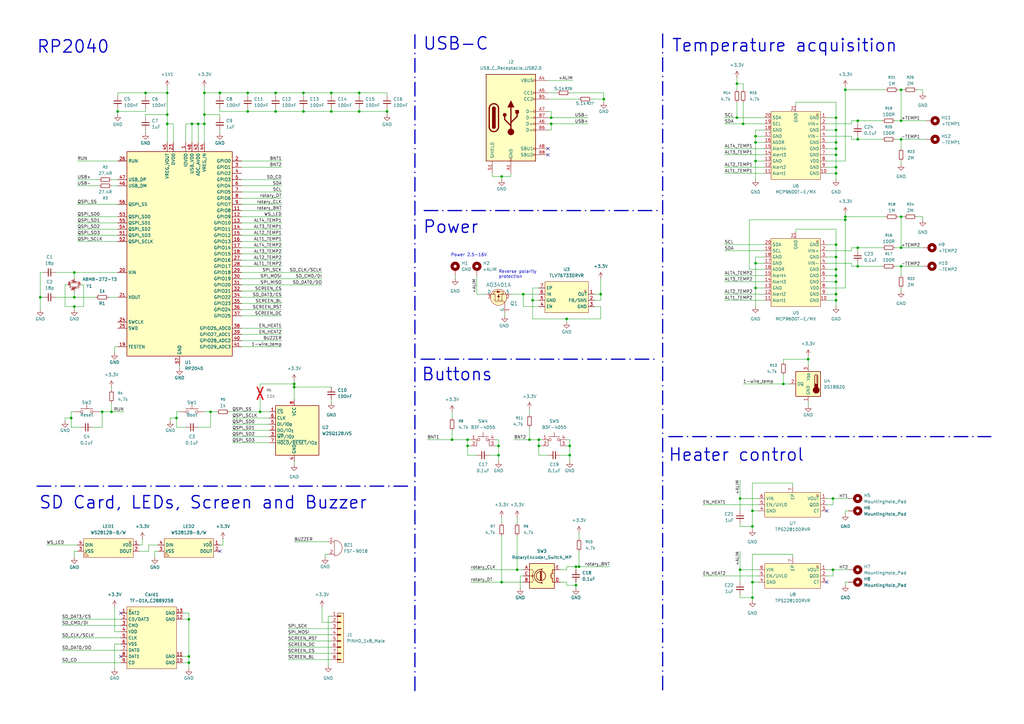
<source format=kicad_sch>
(kicad_sch (version 20250114) (generator "eeschema") (generator_version "9.0")
  (paper "A3")
  (text "Power" (at 184.912 93.218 0) (effects (font (size 5.08 5.08) (thickness 0.508) (bold yes))))
  (text "Temperature acquisition" (at 321.818 18.796 0) (effects (font (size 5.08 5.08) (thickness 0.508) (bold yes))))
  (text "USB-C\n" (at 186.944 18.034 0) (effects (font (size 5.08 5.08) (thickness 0.508) (bold yes))))
  (text "Heater control\n" (at 302.006 186.69 0) (effects (font (size 5.08 5.08) (thickness 0.508) (bold yes))))
  (text "SD Card, LEDs, Screen and Buzzer" (at 83.312 206.248 0) (effects (font (size 5.08 5.08) (thickness 0.508) (bold yes))))
  (text "Reverse polarity \nprotection" (at 204.47 114.3 0) (effects (font (size 1.27 1.27)) (justify left bottom)))
  (text "Buttons" (at 187.452 153.67 0) (effects (font (size 5.08 5.08) (thickness 0.508) (bold yes))))
  (text "Power 2.5-16V" (at 184.912 105.41 0) (effects (font (size 1.27 1.27)) (justify left bottom)))
  (text "RP2040" (at 29.972 19.304 0) (effects (font (size 5.08 5.08) (thickness 0.508) (bold yes))))
  (junction (at 302.26 48.26))
  (junction (at 247.65 40.64))
  (junction (at 78.74 50.8))
  (junction (at 369.57 36.83))
  (junction (at 185.42 180.34))
  (junction (at 351.79 49.53))
  (junction (at 135.89 45.72))
  (junction (at 124.46 38.1))
  (junction (at 158.75 45.72))
  (junction (at 83.82 50.8))
  (junction (at 124.46 45.72))
  (junction (at 30.48 111.76))
  (junction (at 205.74 238.76))
  (junction (at 369.57 88.9))
  (junction (at 341.63 233.68))
  (junction (at 214.63 120.65))
  (junction (at 369.57 57.15))
  (junction (at 309.88 66.04))
  (junction (at 308.61 209.55))
  (junction (at 147.32 38.1))
  (junction (at 30.48 125.73))
  (junction (at 351.79 101.6))
  (junction (at 342.9 58.42))
  (junction (at 204.47 182.88))
  (junction (at 226.06 50.8))
  (junction (at 342.9 113.03))
  (junction (at 302.26 34.29))
  (junction (at 303.53 204.47))
  (junction (at 304.8 50.8))
  (junction (at 68.58 46.99))
  (junction (at 204.47 186.69))
  (junction (at 205.74 72.39))
  (junction (at 191.77 180.34))
  (junction (at 308.61 215.9))
  (junction (at 309.88 58.42))
  (junction (at 106.68 168.91))
  (junction (at 45.72 168.91))
  (junction (at 220.98 180.34))
  (junction (at 83.82 46.99))
  (junction (at 342.9 123.19))
  (junction (at 86.36 168.91))
  (junction (at 309.88 55.88))
  (junction (at 72.39 171.45))
  (junction (at 342.9 63.5))
  (junction (at 135.89 38.1))
  (junction (at 68.58 50.8))
  (junction (at 212.09 233.68))
  (junction (at 81.28 50.8))
  (junction (at 233.68 182.88))
  (junction (at 30.48 121.92))
  (junction (at 120.65 158.75))
  (junction (at 351.79 57.15))
  (junction (at 308.61 238.76))
  (junction (at 303.53 233.68))
  (junction (at 191.77 182.88))
  (junction (at 342.9 71.12))
  (junction (at 321.31 157.48))
  (junction (at 246.38 120.65))
  (junction (at 342.9 48.26))
  (junction (at 309.88 107.95))
  (junction (at 308.61 245.11))
  (junction (at 220.98 182.88))
  (junction (at 342.9 105.41))
  (junction (at 41.91 168.91))
  (junction (at 101.6 38.1))
  (junction (at 342.9 110.49))
  (junction (at 341.63 204.47))
  (junction (at 233.68 186.69))
  (junction (at 147.32 45.72))
  (junction (at 309.88 118.11))
  (junction (at 48.26 45.72))
  (junction (at 351.79 109.22))
  (junction (at 113.03 38.1))
  (junction (at 236.22 232.41))
  (junction (at 237.49 232.41))
  (junction (at 369.57 101.6))
  (junction (at 331.47 147.32))
  (junction (at 342.9 68.58))
  (junction (at 342.9 100.33))
  (junction (at 369.57 49.53))
  (junction (at 16.51 121.92))
  (junction (at 226.06 48.26))
  (junction (at 77.47 269.24))
  (junction (at 101.6 45.72))
  (junction (at 342.9 60.96))
  (junction (at 90.17 38.1))
  (junction (at 346.71 36.83))
  (junction (at 59.69 38.1))
  (junction (at 342.9 53.34))
  (junction (at 83.82 38.1))
  (junction (at 77.47 271.78))
  (junction (at 342.9 120.65))
  (junction (at 218.44 123.19))
  (junction (at 113.03 45.72))
  (junction (at 369.57 109.22))
  (junction (at 346.71 90.17))
  (junction (at 346.71 88.9))
  (junction (at 68.58 38.1))
  (junction (at 236.22 240.03))
  (junction (at 342.9 115.57))
  (junction (at 232.41 130.81))
  (junction (at 29.21 171.45))
  (junction (at 120.65 157.48))
  (junction (at 217.17 180.34))
  (junction (at 77.47 254))
  (no_connect (at 49.53 251.46))
  (no_connect (at 339.09 238.76))
  (no_connect (at 90.17 226.06))
  (no_connect (at 49.53 269.24))
  (no_connect (at 224.79 63.5))
  (no_connect (at 224.79 60.96))
  (no_connect (at 339.09 209.55))
  (wire (pts (xy 214.63 125.73) (xy 220.98 125.73)))
  (wire (pts (xy 115.57 73.66) (xy 99.06 73.66)))
  (wire (pts (xy 83.82 46.99) (xy 83.82 50.8)))
  (wire (pts (xy 321.31 147.32) (xy 331.47 147.32)))
  (wire (pts (xy 30.48 114.3) (xy 30.48 111.76)))
  (wire (pts (xy 115.57 106.68) (xy 99.06 106.68)))
  (wire (pts (xy 214.63 120.65) (xy 220.98 120.65)))
  (wire (pts (xy 64.77 226.06) (xy 63.5 226.06)))
  (wire (pts (xy 236.22 240.03) (xy 236.22 241.3)))
  (wire (pts (xy 95.25 181.61) (xy 110.49 181.61)))
  (wire (pts (xy 226.06 50.8) (xy 226.06 53.34)))
  (wire (pts (xy 115.57 78.74) (xy 99.06 78.74)))
  (wire (pts (xy 99.06 139.7) (xy 115.57 139.7)))
  (wire (pts (xy 217.17 175.26) (xy 217.17 180.34)))
  (wire (pts (xy 220.98 118.11) (xy 218.44 118.11)))
  (wire (pts (xy 19.05 223.52) (xy 31.75 223.52)))
  (wire (pts (xy 243.84 123.19) (xy 246.38 123.19)))
  (wire (pts (xy 212.09 233.68) (xy 214.63 233.68)))
  (wire (pts (xy 309.88 73.66) (xy 309.88 66.04)))
  (wire (pts (xy 120.65 189.23) (xy 120.65 190.5)))
  (wire (pts (xy 226.06 53.34) (xy 224.79 53.34)))
  (wire (pts (xy 45.72 158.75) (xy 45.72 160.02)))
  (wire (pts (xy 113.03 38.1) (xy 113.03 39.37)))
  (wire (pts (xy 17.78 121.92) (xy 16.51 121.92)))
  (wire (pts (xy 297.18 63.5) (xy 313.69 63.5)))
  (wire (pts (xy 106.68 157.48) (xy 120.65 157.48)))
  (wire (pts (xy 378.46 36.83) (xy 378.46 38.1)))
  (wire (pts (xy 135.89 257.81) (xy 118.11 257.81)))
  (wire (pts (xy 72.39 171.45) (xy 72.39 175.26)))
  (wire (pts (xy 25.4 254) (xy 49.53 254)))
  (wire (pts (xy 77.47 271.78) (xy 77.47 269.24)))
  (wire (pts (xy 22.86 121.92) (xy 30.48 121.92)))
  (wire (pts (xy 124.46 38.1) (xy 135.89 38.1)))
  (wire (pts (xy 83.82 168.91) (xy 86.36 168.91)))
  (wire (pts (xy 304.8 34.29) (xy 302.26 34.29)))
  (wire (pts (xy 60.96 226.06) (xy 60.96 223.52)))
  (wire (pts (xy 83.82 38.1) (xy 90.17 38.1)))
  (wire (pts (xy 74.93 254) (xy 77.47 254)))
  (wire (pts (xy 369.57 57.15) (xy 379.73 57.15)))
  (wire (pts (xy 118.11 262.89) (xy 135.89 262.89)))
  (wire (pts (xy 31.75 91.44) (xy 48.26 91.44)))
  (wire (pts (xy 205.74 238.76) (xy 214.63 238.76)))
  (wire (pts (xy 45.72 168.91) (xy 50.8 168.91)))
  (wire (pts (xy 113.03 38.1) (xy 124.46 38.1)))
  (wire (pts (xy 224.79 38.1) (xy 228.6 38.1)))
  (wire (pts (xy 72.39 175.26) (xy 76.2 175.26)))
  (wire (pts (xy 236.22 232.41) (xy 237.49 232.41)))
  (wire (pts (xy 205.74 212.09) (xy 205.74 214.63)))
  (wire (pts (xy 77.47 274.32) (xy 77.47 271.78)))
  (wire (pts (xy 297.18 120.65) (xy 313.69 120.65)))
  (wire (pts (xy 303.53 233.68) (xy 303.53 238.76)))
  (wire (pts (xy 309.88 107.95) (xy 309.88 118.11)))
  (wire (pts (xy 86.36 168.91) (xy 88.9 168.91)))
  (wire (pts (xy 323.85 157.48) (xy 321.31 157.48)))
  (wire (pts (xy 118.11 270.51) (xy 135.89 270.51)))
  (wire (pts (xy 72.39 168.91) (xy 72.39 171.45)))
  (wire (pts (xy 351.79 49.53) (xy 361.95 49.53)))
  (wire (pts (xy 59.69 45.72) (xy 48.26 45.72)))
  (wire (pts (xy 22.86 111.76) (xy 30.48 111.76)))
  (wire (pts (xy 346.71 90.17) (xy 346.71 118.11)))
  (wire (pts (xy 341.63 204.47) (xy 347.98 204.47)))
  (wire (pts (xy 90.17 44.45) (xy 90.17 45.72)))
  (wire (pts (xy 369.57 109.22) (xy 369.57 113.03)))
  (wire (pts (xy 99.06 68.58) (xy 115.57 68.58)))
  (wire (pts (xy 302.26 34.29) (xy 302.26 36.83)))
  (wire (pts (xy 115.57 91.44) (xy 99.06 91.44)))
  (wire (pts (xy 237.49 232.41) (xy 250.19 232.41)))
  (wire (pts (xy 48.26 45.72) (xy 48.26 46.99)))
  (wire (pts (xy 134.62 222.25) (xy 120.65 222.25)))
  (wire (pts (xy 304.8 41.91) (xy 304.8 50.8)))
  (wire (pts (xy 158.75 38.1) (xy 158.75 39.37)))
  (wire (pts (xy 297.18 50.8) (xy 304.8 50.8)))
  (wire (pts (xy 309.88 105.41) (xy 309.88 107.95)))
  (wire (pts (xy 212.09 212.09) (xy 212.09 214.63)))
  (wire (pts (xy 247.65 40.64) (xy 247.65 41.91)))
  (wire (pts (xy 99.06 134.62) (xy 115.57 134.62)))
  (wire (pts (xy 339.09 48.26) (xy 342.9 48.26)))
  (wire (pts (xy 351.79 49.53) (xy 351.79 50.8)))
  (wire (pts (xy 339.09 233.68) (xy 341.63 233.68)))
  (wire (pts (xy 325.12 198.12) (xy 308.61 198.12)))
  (wire (pts (xy 31.75 66.04) (xy 48.26 66.04)))
  (wire (pts (xy 200.66 186.69) (xy 204.47 186.69)))
  (wire (pts (xy 351.79 101.6) (xy 351.79 102.87)))
  (wire (pts (xy 133.35 227.33) (xy 133.35 228.6)))
  (wire (pts (xy 26.67 171.45) (xy 29.21 171.45)))
  (wire (pts (xy 48.26 39.37) (xy 48.26 38.1)))
  (wire (pts (xy 30.48 127) (xy 30.48 125.73)))
  (wire (pts (xy 367.03 109.22) (xy 369.57 109.22)))
  (wire (pts (xy 217.17 167.64) (xy 217.17 170.18)))
  (wire (pts (xy 349.25 49.53) (xy 351.79 49.53)))
  (wire (pts (xy 321.31 148.59) (xy 321.31 147.32)))
  (wire (pts (xy 99.06 114.3) (xy 132.08 114.3)))
  (wire (pts (xy 205.74 219.71) (xy 205.74 238.76)))
  (wire (pts (xy 303.53 215.9) (xy 308.61 215.9)))
  (wire (pts (xy 369.57 88.9) (xy 369.57 101.6)))
  (wire (pts (xy 342.9 60.96) (xy 342.9 63.5)))
  (wire (pts (xy 303.53 243.84) (xy 303.53 245.11)))
  (wire (pts (xy 297.18 115.57) (xy 313.69 115.57)))
  (wire (pts (xy 233.68 182.88) (xy 232.41 182.88)))
  (wire (pts (xy 339.09 102.87) (xy 349.25 102.87)))
  (wire (pts (xy 218.44 123.19) (xy 218.44 130.81)))
  (wire (pts (xy 226.06 45.72) (xy 226.06 48.26)))
  (wire (pts (xy 313.69 110.49) (xy 307.34 110.49)))
  (wire (pts (xy 58.42 220.98) (xy 58.42 223.52)))
  (wire (pts (xy 68.58 46.99) (xy 68.58 50.8)))
  (wire (pts (xy 25.4 266.7) (xy 49.53 266.7)))
  (wire (pts (xy 30.48 226.06) (xy 31.75 226.06)))
  (wire (pts (xy 224.79 186.69) (xy 220.98 186.69)))
  (wire (pts (xy 31.75 99.06) (xy 48.26 99.06)))
  (wire (pts (xy 369.57 36.83) (xy 370.84 36.83)))
  (wire (pts (xy 369.57 88.9) (xy 370.84 88.9)))
  (wire (pts (xy 29.21 168.91) (xy 30.48 168.91)))
  (wire (pts (xy 232.41 232.41) (xy 236.22 232.41)))
  (wire (pts (xy 115.57 101.6) (xy 99.06 101.6)))
  (wire (pts (xy 99.06 127) (xy 115.57 127)))
  (wire (pts (xy 342.9 41.91) (xy 342.9 48.26)))
  (wire (pts (xy 91.44 220.98) (xy 91.44 223.52)))
  (wire (pts (xy 83.82 35.56) (xy 83.82 38.1)))
  (wire (pts (xy 207.01 129.54) (xy 207.01 128.27)))
  (wire (pts (xy 113.03 45.72) (xy 124.46 45.72)))
  (wire (pts (xy 346.71 36.83) (xy 363.22 36.83)))
  (wire (pts (xy 309.88 55.88) (xy 309.88 58.42)))
  (wire (pts (xy 90.17 48.26) (xy 90.17 46.99)))
  (wire (pts (xy 59.69 38.1) (xy 59.69 39.37)))
  (wire (pts (xy 339.09 207.01) (xy 341.63 207.01)))
  (wire (pts (xy 297.18 102.87) (xy 313.69 102.87)))
  (wire (pts (xy 308.61 245.11) (xy 308.61 246.38)))
  (wire (pts (xy 124.46 38.1) (xy 124.46 39.37)))
  (wire (pts (xy 46.99 142.24) (xy 46.99 144.78)))
  (wire (pts (xy 369.57 57.15) (xy 369.57 60.96)))
  (wire (pts (xy 368.3 88.9) (xy 369.57 88.9)))
  (wire (pts (xy 45.72 165.1) (xy 45.72 168.91)))
  (wire (pts (xy 26.67 116.84) (xy 26.67 125.73)))
  (wire (pts (xy 59.69 38.1) (xy 68.58 38.1)))
  (wire (pts (xy 226.06 50.8) (xy 241.3 50.8)))
  (wire (pts (xy 185.42 176.53) (xy 185.42 180.34)))
  (wire (pts (xy 307.34 110.49) (xy 307.34 90.17)))
  (wire (pts (xy 342.9 105.41) (xy 342.9 110.49)))
  (wire (pts (xy 232.41 130.81) (xy 232.41 132.08)))
  (wire (pts (xy 339.09 105.41) (xy 342.9 105.41)))
  (wire (pts (xy 349.25 109.22) (xy 349.25 107.95)))
  (wire (pts (xy 233.68 38.1) (xy 247.65 38.1)))
  (wire (pts (xy 99.06 88.9) (xy 115.57 88.9)))
  (polyline (pts (xy 274.32 179.07) (xy 406.4 179.07)) (stroke (width 0.508) (type dash_dot)))
  (wire (pts (xy 115.57 137.16) (xy 99.06 137.16)))
  (wire (pts (xy 242.57 40.64) (xy 247.65 40.64)))
  (wire (pts (xy 48.26 45.72) (xy 48.26 44.45)))
  (wire (pts (xy 38.1 175.26) (xy 41.91 175.26)))
  (wire (pts (xy 346.71 35.56) (xy 346.71 36.83)))
  (wire (pts (xy 311.15 204.47) (xy 303.53 204.47)))
  (wire (pts (xy 246.38 130.81) (xy 232.41 130.81)))
  (wire (pts (xy 339.09 123.19) (xy 342.9 123.19)))
  (wire (pts (xy 31.75 88.9) (xy 48.26 88.9)))
  (wire (pts (xy 232.41 240.03) (xy 232.41 238.76)))
  (wire (pts (xy 59.69 44.45) (xy 59.69 45.72)))
  (wire (pts (xy 237.49 218.44) (xy 237.49 220.98)))
  (wire (pts (xy 99.06 86.36) (xy 115.57 86.36)))
  (wire (pts (xy 120.65 157.48) (xy 120.65 158.75)))
  (wire (pts (xy 351.79 57.15) (xy 351.79 55.88)))
  (wire (pts (xy 339.09 53.34) (xy 342.9 53.34)))
  (wire (pts (xy 339.09 63.5) (xy 342.9 63.5)))
  (wire (pts (xy 339.09 115.57) (xy 342.9 115.57)))
  (wire (pts (xy 226.06 48.26) (xy 224.79 48.26)))
  (wire (pts (xy 307.34 90.17) (xy 346.71 90.17)))
  (wire (pts (xy 31.75 96.52) (xy 48.26 96.52)))
  (wire (pts (xy 321.31 157.48) (xy 304.8 157.48)))
  (wire (pts (xy 308.61 215.9) (xy 308.61 217.17)))
  (wire (pts (xy 232.41 233.68) (xy 232.41 232.41)))
  (wire (pts (xy 349.25 101.6) (xy 349.25 102.87)))
  (wire (pts (xy 73.66 149.86) (xy 73.66 151.13)))
  (wire (pts (xy 31.75 93.98) (xy 48.26 93.98)))
  (wire (pts (xy 113.03 44.45) (xy 113.03 45.72)))
  (wire (pts (xy 205.74 72.39) (xy 209.55 72.39)))
  (wire (pts (xy 26.67 172.72) (xy 26.67 171.45)))
  (wire (pts (xy 29.21 171.45) (xy 29.21 175.26)))
  (polyline (pts (xy 15.24 199.39) (xy 167.64 199.39)) (stroke (width 0.508) (type dash_dot)))
  (wire (pts (xy 346.71 88.9) (xy 346.71 90.17)))
  (wire (pts (xy 45.72 73.66) (xy 48.26 73.66)))
  (wire (pts (xy 309.88 55.88) (xy 313.69 55.88)))
  (wire (pts (xy 204.47 186.69) (xy 204.47 189.23)))
  (wire (pts (xy 135.89 252.73) (xy 134.62 252.73)))
  (wire (pts (xy 311.15 209.55) (xy 308.61 209.55)))
  (wire (pts (xy 339.09 58.42) (xy 342.9 58.42)))
  (wire (pts (xy 201.93 72.39) (xy 205.74 72.39)))
  (polyline (pts (xy 271.78 13.97) (xy 271.78 283.21)) (stroke (width 0.508) (type dash_dot)))
  (wire (pts (xy 369.57 118.11) (xy 369.57 119.38)))
  (wire (pts (xy 346.71 238.76) (xy 347.98 238.76)))
  (wire (pts (xy 34.29 116.84) (xy 33.02 116.84)))
  (wire (pts (xy 78.74 50.8) (xy 76.2 50.8)))
  (wire (pts (xy 342.9 113.03) (xy 342.9 115.57)))
  (wire (pts (xy 326.39 95.25) (xy 326.39 93.98)))
  (wire (pts (xy 232.41 130.81) (xy 218.44 130.81)))
  (wire (pts (xy 93.98 168.91) (xy 106.68 168.91)))
  (wire (pts (xy 367.03 101.6) (xy 369.57 101.6)))
  (wire (pts (xy 120.65 156.21) (xy 120.65 157.48)))
  (wire (pts (xy 101.6 45.72) (xy 113.03 45.72)))
  (wire (pts (xy 375.92 88.9) (xy 378.46 88.9)))
  (wire (pts (xy 313.69 105.41) (xy 309.88 105.41)))
  (wire (pts (xy 63.5 226.06) (xy 63.5 228.6)))
  (wire (pts (xy 95.25 179.07) (xy 110.49 179.07)))
  (wire (pts (xy 342.9 120.65) (xy 342.9 123.19)))
  (wire (pts (xy 325.12 199.39) (xy 325.12 198.12)))
  (wire (pts (xy 46.99 264.16) (xy 46.99 274.32)))
  (wire (pts (xy 309.88 107.95) (xy 313.69 107.95)))
  (wire (pts (xy 331.47 147.32) (xy 331.47 149.86)))
  (wire (pts (xy 369.57 66.04) (xy 369.57 67.31)))
  (wire (pts (xy 326.39 43.18) (xy 326.39 41.91)))
  (wire (pts (xy 99.06 119.38) (xy 115.57 119.38)))
  (wire (pts (xy 349.25 57.15) (xy 349.25 55.88)))
  (wire (pts (xy 220.98 180.34) (xy 220.98 182.88)))
  (wire (pts (xy 236.22 232.41) (xy 236.22 233.68)))
  (wire (pts (xy 16.51 121.92) (xy 16.51 127)))
  (wire (pts (xy 191.77 182.88) (xy 191.77 186.69)))
  (wire (pts (xy 48.26 142.24) (xy 46.99 142.24)))
  (wire (pts (xy 25.4 271.78) (xy 49.53 271.78)))
  (wire (pts (xy 58.42 223.52) (xy 57.15 223.52)))
  (wire (pts (xy 342.9 100.33) (xy 342.9 105.41)))
  (wire (pts (xy 59.69 48.26) (xy 59.69 46.99)))
  (polyline (pts (xy 173.99 86.36) (xy 270.51 86.36)) (stroke (width 0.508) (type dash_dot)))
  (wire (pts (xy 115.57 76.2) (xy 99.06 76.2)))
  (wire (pts (xy 303.53 226.06) (xy 303.53 233.68)))
  (wire (pts (xy 204.47 180.34) (xy 203.2 180.34)))
  (wire (pts (xy 147.32 45.72) (xy 158.75 45.72)))
  (wire (pts (xy 313.69 53.34) (xy 309.88 53.34)))
  (wire (pts (xy 341.63 236.22) (xy 341.63 233.68)))
  (wire (pts (xy 60.96 223.52) (xy 64.77 223.52)))
  (wire (pts (xy 342.9 48.26) (xy 342.9 53.34)))
  (wire (pts (xy 326.39 93.98) (xy 342.9 93.98)))
  (wire (pts (xy 86.36 175.26) (xy 86.36 168.91)))
  (wire (pts (xy 30.48 121.92) (xy 30.48 119.38)))
  (wire (pts (xy 120.65 158.75) (xy 135.89 158.75)))
  (wire (pts (xy 59.69 53.34) (xy 59.69 54.61)))
  (wire (pts (xy 339.09 204.47) (xy 341.63 204.47)))
  (wire (pts (xy 106.68 168.91) (xy 110.49 168.91)))
  (wire (pts (xy 115.57 83.82) (xy 99.06 83.82)))
  (wire (pts (xy 303.53 245.11) (xy 308.61 245.11)))
  (wire (pts (xy 106.68 158.75) (xy 106.68 157.48)))
  (wire (pts (xy 41.91 175.26) (xy 41.91 168.91)))
  (wire (pts (xy 339.09 71.12) (xy 342.9 71.12)))
  (wire (pts (xy 325.12 228.6) (xy 325.12 227.33)))
  (wire (pts (xy 195.58 113.03) (xy 195.58 120.65)))
  (wire (pts (xy 135.89 44.45) (xy 135.89 45.72)))
  (wire (pts (xy 311.15 238.76) (xy 308.61 238.76)))
  (wire (pts (xy 39.37 121.92) (xy 30.48 121.92)))
  (wire (pts (xy 95.25 171.45) (xy 110.49 171.45)))
  (wire (pts (xy 193.04 238.76) (xy 205.74 238.76)))
  (wire (pts (xy 331.47 165.1) (xy 331.47 166.37)))
  (wire (pts (xy 297.18 123.19) (xy 313.69 123.19)))
  (wire (pts (xy 30.48 228.6) (xy 30.48 226.06)))
  (wire (pts (xy 209.55 72.39) (xy 209.55 71.12)))
  (wire (pts (xy 232.41 238.76) (xy 229.87 238.76)))
  (wire (pts (xy 57.15 226.06) (xy 60.96 226.06)))
  (wire (pts (xy 91.44 223.52) (xy 90.17 223.52)))
  (wire (pts (xy 342.9 53.34) (xy 342.9 58.42)))
  (wire (pts (xy 99.06 142.24) (xy 115.57 142.24)))
  (wire (pts (xy 308.61 227.33) (xy 308.61 238.76)))
  (wire (pts (xy 342.9 93.98) (xy 342.9 100.33)))
  (wire (pts (xy 349.25 101.6) (xy 351.79 101.6)))
  (wire (pts (xy 339.09 236.22) (xy 341.63 236.22)))
  (wire (pts (xy 135.89 38.1) (xy 147.32 38.1)))
  (wire (pts (xy 309.88 58.42) (xy 313.69 58.42)))
  (wire (pts (xy 77.47 254) (xy 77.47 251.46)))
  (wire (pts (xy 309.88 118.11) (xy 313.69 118.11)))
  (wire (pts (xy 220.98 180.34) (xy 222.25 180.34)))
  (wire (pts (xy 30.48 125.73) (xy 34.29 125.73)))
  (wire (pts (xy 83.82 38.1) (xy 83.82 46.99)))
  (wire (pts (xy 175.26 180.34) (xy 185.42 180.34)))
  (wire (pts (xy 246.38 125.73) (xy 246.38 130.81)))
  (wire (pts (xy 346.71 36.83) (xy 346.71 66.04)))
  (wire (pts (xy 115.57 104.14) (xy 99.06 104.14)))
  (wire (pts (xy 201.93 71.12) (xy 201.93 72.39)))
  (wire (pts (xy 321.31 153.67) (xy 321.31 157.48)))
  (wire (pts (xy 339.09 68.58) (xy 342.9 68.58)))
  (wire (pts (xy 224.79 33.02) (xy 234.95 33.02)))
  (wire (pts (xy 351.79 101.6) (xy 361.95 101.6)))
  (wire (pts (xy 369.57 109.22) (xy 378.46 109.22)))
  (wire (pts (xy 45.72 76.2) (xy 48.26 76.2)))
  (wire (pts (xy 342.9 115.57) (xy 342.9 120.65)))
  (wire (pts (xy 25.4 261.62) (xy 49.53 261.62)))
  (wire (pts (xy 341.63 207.01) (xy 341.63 204.47)))
  (wire (pts (xy 124.46 45.72) (xy 135.89 45.72)))
  (wire (pts (xy 49.53 264.16) (xy 46.99 264.16)))
  (wire (pts (xy 118.11 267.97) (xy 135.89 267.97)))
  (wire (pts (xy 99.06 111.76) (xy 132.08 111.76)))
  (wire (pts (xy 71.12 58.42) (xy 71.12 50.8)))
  (wire (pts (xy 48.26 38.1) (xy 59.69 38.1)))
  (wire (pts (xy 204.47 182.88) (xy 204.47 180.34)))
  (wire (pts (xy 351.79 109.22) (xy 361.95 109.22)))
  (wire (pts (xy 16.51 111.76) (xy 17.78 111.76)))
  (wire (pts (xy 90.17 46.99) (xy 83.82 46.99)))
  (wire (pts (xy 135.89 45.72) (xy 147.32 45.72)))
  (wire (pts (xy 135.89 255.27) (xy 132.08 255.27)))
  (wire (pts (xy 90.17 45.72) (xy 101.6 45.72)))
  (wire (pts (xy 339.09 113.03) (xy 342.9 113.03)))
  (wire (pts (xy 77.47 251.46) (xy 74.93 251.46)))
  (wire (pts (xy 191.77 182.88) (xy 193.04 182.88)))
  (wire (pts (xy 74.93 271.78) (xy 77.47 271.78)))
  (wire (pts (xy 31.75 73.66) (xy 40.64 73.66)))
  (wire (pts (xy 90.17 38.1) (xy 90.17 39.37)))
  (wire (pts (xy 341.63 233.68) (xy 347.98 233.68)))
  (wire (pts (xy 95.25 176.53) (xy 110.49 176.53)))
  (wire (pts (xy 308.61 209.55) (xy 308.61 215.9)))
  (wire (pts (xy 304.8 50.8) (xy 313.69 50.8)))
  (wire (pts (xy 95.25 173.99) (xy 110.49 173.99)))
  (wire (pts (xy 349.25 49.53) (xy 349.25 50.8)))
  (wire (pts (xy 120.65 158.75) (xy 120.65 163.83)))
  (wire (pts (xy 233.68 180.34) (xy 232.41 180.34)))
  (wire (pts (xy 349.25 109.22) (xy 351.79 109.22)))
  (wire (pts (xy 339.09 118.11) (xy 346.71 118.11)))
  (wire (pts (xy 118.11 260.35) (xy 135.89 260.35)))
  (wire (pts (xy 303.53 214.63) (xy 303.53 215.9)))
  (wire (pts (xy 246.38 123.19) (xy 246.38 120.65)))
  (wire (pts (xy 205.74 72.39) (xy 205.74 73.66)))
  (wire (pts (xy 191.77 180.34) (xy 193.04 180.34)))
  (wire (pts (xy 74.93 269.24) (xy 77.47 269.24)))
  (wire (pts (xy 342.9 123.19) (xy 342.9 125.73)))
  (wire (pts (xy 106.68 163.83) (xy 106.68 168.91)))
  (wire (pts (xy 99.06 129.54) (xy 115.57 129.54)))
  (wire (pts (xy 346.71 87.63) (xy 346.71 88.9)))
  (wire (pts (xy 297.18 113.03) (xy 313.69 113.03)))
  (wire (pts (xy 27.94 116.84) (xy 26.67 116.84)))
  (wire (pts (xy 226.06 48.26) (xy 241.3 48.26)))
  (wire (pts (xy 41.91 168.91) (xy 45.72 168.91)))
  (wire (pts (xy 99.06 124.46) (xy 115.57 124.46)))
  (wire (pts (xy 303.53 204.47) (xy 303.53 209.55)))
  (wire (pts (xy 342.9 71.12) (xy 342.9 73.66)))
  (polyline (pts (xy 172.72 147.32) (xy 269.24 147.32)) (stroke (width 0.508) (type dash_dot)))
  (wire (pts (xy 195.58 186.69) (xy 191.77 186.69)))
  (wire (pts (xy 375.92 36.83) (xy 378.46 36.83)))
  (wire (pts (xy 115.57 81.28) (xy 99.06 81.28)))
  (wire (pts (xy 29.21 168.91) (xy 29.21 171.45)))
  (wire (pts (xy 90.17 53.34) (xy 90.17 54.61)))
  (wire (pts (xy 44.45 121.92) (xy 48.26 121.92)))
  (wire (pts (xy 224.79 50.8) (xy 226.06 50.8)))
  (wire (pts (xy 297.18 60.96) (xy 313.69 60.96)))
  (wire (pts (xy 311.15 233.68) (xy 303.53 233.68)))
  (wire (pts (xy 115.57 93.98) (xy 99.06 93.98)))
  (wire (pts (xy 204.47 186.69) (xy 204.47 182.88)))
  (wire (pts (xy 78.74 58.42) (xy 78.74 50.8)))
  (wire (pts (xy 309.88 53.34) (xy 309.88 55.88)))
  (wire (pts (xy 247.65 38.1) (xy 247.65 40.64)))
  (wire (pts (xy 135.89 38.1) (xy 135.89 39.37)))
  (wire (pts (xy 158.75 45.72) (xy 158.75 46.99)))
  (wire (pts (xy 351.79 109.22) (xy 351.79 107.95)))
  (wire (pts (xy 34.29 125.73) (xy 34.29 116.84)))
  (wire (pts (xy 77.47 269.24) (xy 77.47 254)))
  (wire (pts (xy 124.46 44.45) (xy 124.46 45.72)))
  (wire (pts (xy 229.87 233.68) (xy 232.41 233.68)))
  (wire (pts (xy 115.57 99.06) (xy 99.06 99.06)))
  (wire (pts (xy 212.09 219.71) (xy 212.09 233.68)))
  (wire (pts (xy 309.88 66.04) (xy 313.69 66.04)))
  (wire (pts (xy 135.89 163.83) (xy 135.89 165.1)))
  (wire (pts (xy 118.11 265.43) (xy 135.89 265.43)))
  (wire (pts (xy 81.28 175.26) (xy 86.36 175.26)))
  (wire (pts (xy 99.06 116.84) (xy 132.08 116.84)))
  (wire (pts (xy 351.79 57.15) (xy 361.95 57.15)))
  (wire (pts (xy 30.48 111.76) (xy 48.26 111.76)))
  (wire (pts (xy 101.6 38.1) (xy 101.6 39.37)))
  (wire (pts (xy 90.17 38.1) (xy 101.6 38.1)))
  (wire (pts (xy 367.03 49.53) (xy 369.57 49.53)))
  (wire (pts (xy 302.26 48.26) (xy 313.69 48.26)))
  (wire (pts (xy 204.47 182.88) (xy 203.2 182.88)))
  (wire (pts (xy 213.36 236.22) (xy 214.63 236.22)))
  (wire (pts (xy 246.38 114.3) (xy 246.38 120.65)))
  (wire (pts (xy 346.71 88.9) (xy 363.22 88.9)))
  (wire (pts (xy 224.79 40.64) (xy 237.49 40.64)))
  (wire (pts (xy 233.68 182.88) (xy 233.68 180.34)))
  (wire (pts (xy 303.53 196.85) (xy 303.53 204.47)))
  (wire (pts (xy 147.32 38.1) (xy 158.75 38.1)))
  (wire (pts (xy 325.12 227.33) (xy 308.61 227.33)))
  (wire (pts (xy 49.53 259.08) (xy 46.99 259.08)))
  (wire (pts (xy 297.18 71.12) (xy 313.69 71.12)))
  (wire (pts (xy 83.82 58.42) (xy 83.82 50.8)))
  (wire (pts (xy 115.57 96.52) (xy 99.06 96.52)))
  (wire (pts (xy 339.09 100.33) (xy 342.9 100.33)))
  (wire (pts (xy 349.25 57.15) (xy 351.79 57.15)))
  (wire (pts (xy 191.77 180.34) (xy 191.77 182.88)))
  (wire (pts (xy 193.04 233.68) (xy 212.09 233.68)))
  (wire (pts (xy 378.46 88.9) (xy 378.46 90.17)))
  (wire (pts (xy 309.88 125.73) (xy 309.88 118.11)))
  (wire (pts (xy 31.75 83.82) (xy 48.26 83.82)))
  (wire (pts (xy 71.12 50.8) (xy 68.58 50.8)))
  (wire (pts (xy 68.58 35.56) (xy 68.58 38.1)))
  (wire (pts (xy 81.28 58.42) (xy 81.28 50.8)))
  (wire (pts (xy 224.79 45.72) (xy 226.06 45.72)))
  (wire (pts (xy 302.26 31.75) (xy 302.26 34.29)))
  (wire (pts (xy 367.03 57.15) (xy 369.57 57.15)))
  (wire (pts (xy 308.61 238.76) (xy 308.61 245.11)))
  (wire (pts (xy 186.69 113.03) (xy 186.69 114.3)))
  (wire (pts (xy 115.57 121.92) (xy 99.06 121.92)))
  (wire (pts (xy 229.87 186.69) (xy 233.68 186.69)))
  (wire (pts (xy 288.29 207.01) (xy 311.15 207.01)))
  (wire (pts (xy 302.26 41.91) (xy 302.26 48.26)))
  (wire (pts (xy 326.39 41.91) (xy 342.9 41.91)))
  (wire (pts (xy 158.75 45.72) (xy 158.75 44.45)))
  (wire (pts (xy 59.69 46.99) (xy 68.58 46.99)))
  (wire (pts (xy 308.61 198.12) (xy 308.61 209.55)))
  (wire (pts (xy 297.18 48.26) (xy 302.26 48.26)))
  (wire (pts (xy 76.2 50.8) (xy 76.2 58.42)))
  (wire (pts (xy 339.09 110.49) (xy 342.9 110.49)))
  (wire (pts (xy 31.75 76.2) (xy 40.64 76.2)))
  (wire (pts (xy 339.09 50.8) (xy 349.25 50.8)))
  (wire (pts (xy 368.3 36.83) (xy 369.57 36.83)))
  (wire (pts (xy 369.57 49.53) (xy 379.73 49.53)))
  (polyline (pts (xy 170.18 283.21) (xy 170.18 13.97)) (stroke (width 0.508) (type dash_dot)))
  (wire (pts (xy 69.85 172.72) (xy 69.85 171.45)))
  (wire (pts (xy 218.44 118.11) (xy 218.44 123.19)))
  (wire (pts (xy 304.8 36.83) (xy 304.8 34.29)))
  (wire (pts (xy 25.4 256.54) (xy 49.53 256.54)))
  (wire (pts (xy 342.9 68.58) (xy 342.9 71.12)))
  (wire (pts (xy 220.98 182.88) (xy 220.98 186.69)))
  (wire (pts (xy 309.88 58.42) (xy 309.88 66.04)))
  (wire (pts (xy 214.63 120.65) (xy 214.63 125.73)))
  (wire (pts (xy 243.84 125.73) (xy 246.38 125.73)))
  (wire (pts (xy 288.29 236.22) (xy 311.15 236.22)))
  (wire (pts (xy 342.9 63.5) (xy 342.9 68.58)))
  (wire (pts (xy 210.82 180.34) (xy 217.17 180.34)))
  (wire (pts (xy 83.82 50.8) (xy 81.28 50.8)))
  (wire (pts (xy 220.98 182.88) (xy 222.25 182.88)))
  (wire (pts (xy 346.71 210.82) (xy 346.71 209.55)))
  (wire (pts (xy 213.36 241.3) (xy 213.36 236.22)))
  (wire (pts (xy 147.32 38.1) (xy 147.32 39.37)))
  (wire (pts (xy 72.39 168.91) (xy 73.66 168.91)))
  (wire (pts (xy 339.09 66.04) (xy 346.71 66.04)))
  (wire (pts (xy 233.68 186.69) (xy 233.68 182.88)))
  (wire (pts (xy 41.91 168.91) (xy 40.64 168.91)))
  (wire (pts (xy 68.58 38.1) (xy 68.58 46.99)))
  (wire (pts (xy 217.17 180.34) (xy 220.98 180.34)))
  (wire (pts (xy 346.71 209.55) (xy 347.98 209.55)))
  (wire (pts (xy 339.09 120.65) (xy 342.9 120.65)))
  (wire (pts (xy 26.67 125.73) (xy 30.48 125.73)))
  (wire (pts (xy 342.9 58.42) (xy 342.9 60.96)))
  (wire (pts (xy 331.47 146.05) (xy 331.47 147.32)))
  (wire (pts (xy 339.09 60.96) (xy 342.9 60.96)))
  (wire (pts (xy 101.6 38.1) (xy 113.03 38.1)))
  (wire (pts (xy 68.58 50.8) (xy 68.58 58.42)))
  (wire (pts (xy 236.22 240.03) (xy 232.41 240.03)))
  (wire (pts (xy 342.9 110.49) (xy 342.9 113.03)))
  (wire (pts (xy 81.28 50.8) (xy 78.74 50.8)))
  (wire (pts (xy 346.71 240.03) (xy 346.71 238.76)))
  (wire (pts (xy 69.85 171.45) (xy 72.39 171.45)))
  (wire (pts (xy 195.58 120.65) (xy 199.39 120.65)))
  (wire (pts (xy 297.18 68.58) (xy 313.69 68.58)))
  (wire (pts (xy 218.44 123.19) (xy 220.98 123.19)))
  (wire (pts (xy 115.57 109.22) (xy 99.06 109.22)))
  (wire (pts (xy 185.42 180.34) (xy 191.77 180.34)))
  (wire (pts (xy 16.51 121.92) (xy 16.51 111.76)))
  (wire (pts (xy 29.21 175.26) (xy 33.02 175.26)))
  (wire (pts (xy 369.57 101.6) (xy 378.46 101.6)))
  (wire (pts (xy 339.09 55.88) (xy 349.25 55.88)))
  (wire (pts (xy 99.06 66.04) (xy 115.57 66.04)))
  (wire (pts (xy 236.22 238.76) (xy 236.22 240.03)))
  (wire (pts (xy 46.99 248.92) (xy 46.99 259.08)))
  (wire (pts (xy 134.62 252.73) (xy 134.62 273.05)))
  (wire (pts (xy 243.84 120.65) (xy 246.38 120.65)))
  (wire (pts (xy 369.57 36.83) (xy 369.57 49.53)))
  (wire (pts (xy 209.55 120.65) (xy 214.63 120.65)))
  (wire (pts (xy 101.6 44.45) (xy 101.6 45.72)))
  (wire (pts (xy 339.09 107.95) (xy 349.25 107.95)))
  (wire (pts (xy 297.18 100.33) (xy 313.69 100.33)))
  (wire (pts (xy 185.42 168.91) (xy 185.42 171.45)))
  (wire (pts (xy 132.08 248.92) (xy 132.08 255.27)))
  (wire (pts (xy 134.62 227.33) (xy 133.35 227.33)))
  (wire (pts (xy 237.49 226.06) (xy 237.49 232.41)))
  (wire (pts (xy 147.32 44.45) (xy 147.32 45.72)))
  (wire (pts (xy 233.68 186.69) (xy 233.68 189.23)))
  (label "rotary_DT" (at 193.04 238.76 0))
  (label "SPI_MISO" (at 115.57 116.84 180))
  (label "ALT4_TEMP2" (at 297.18 113.03 0))
  (label "RUN" (at 50.8 168.91 180))
  (label "QSPI_SS" (at 95.25 168.91 0))
  (label "SD_CMD{slash}DI" (at 132.08 114.3 180))
  (label "QSPI_SS" (at 31.75 83.82 0))
  (label "ALT3_TEMP1" (at 297.18 63.5 0))
  (label "SCREEN_RST" (at 115.57 127 180))
  (label "QSPI_SD1" (at 95.25 176.53 0))
  (label "BUZZER" (at 120.65 222.25 0))
  (label "-TEMP2" (at 369.57 109.22 0))
  (label "SD_DAT3{slash}CS" (at 115.57 121.92 180))
  (label "rotary_DT" (at 115.57 81.28 180))
  (label "BUZZER" (at 115.57 139.7 180))
  (label "USB+" (at 31.75 73.66 0))
  (label "rotary_BNT" (at 250.19 232.41 180))
  (label "SD_DAT3{slash}CS" (at 25.4 254 0))
  (label "EN_HEAT1" (at 288.29 207.01 0))
  (label "ALT3_TEMP1" (at 115.57 93.98 180))
  (label "+ALIM" (at 195.58 114.3 270))
  (label "SD_CLK{slash}SCLK" (at 25.4 261.62 0))
  (label "ALT2_TEMP1" (at 115.57 96.52 180))
  (label "rotary_BNT" (at 115.57 86.36 180))
  (label "SPI_MOSI" (at 118.11 260.35 0))
  (label "QSPI_SD0" (at 31.75 88.9 0))
  (label "ALT3_TEMP2" (at 297.18 115.57 0))
  (label "SCREEN_BL" (at 115.57 124.46 180))
  (label "QSPI_SD2" (at 31.75 93.98 0))
  (label "SCREEN_DC" (at 115.57 129.54 180))
  (label "SDA" (at 115.57 76.2 180))
  (label "SD_CLK{slash}SCLK" (at 132.08 111.76 180))
  (label "QSPI_SD2" (at 95.25 179.07 0))
  (label "SDA" (at 297.18 50.8 0))
  (label "SD_CD" (at 25.4 271.78 0))
  (label "ALT1_TEMP2" (at 297.18 123.19 0))
  (label "rotary_CLK" (at 115.57 83.82 180))
  (label "BNT1" (at 115.57 66.04 180))
  (label "rotary_CLK" (at 193.04 233.68 0))
  (label "BNT2" (at 210.82 180.34 0))
  (label "SCL" (at 297.18 48.26 0))
  (label "QSPI_SD0" (at 95.25 173.99 0))
  (label "SD_DAT0{slash}DO" (at 25.4 266.7 0))
  (label "BNT2" (at 115.57 68.58 180))
  (label "SPI_MOSI" (at 115.57 114.3 180))
  (label "SPI_SCK" (at 118.11 257.81 0))
  (label "RUN" (at 31.75 66.04 0))
  (label "HT2" (at 344.17 233.68 0))
  (label "SDA" (at 297.18 102.87 0))
  (label "ALT1_TEMP1" (at 297.18 71.12 0))
  (label "SD_DAT0{slash}DO" (at 132.08 116.84 180))
  (label "ALT2_TEMP2" (at 297.18 120.65 0))
  (label "QSPI_SCLK" (at 31.75 99.06 0))
  (label "USB-" (at 241.3 48.26 180))
  (label "USB-" (at 31.75 76.2 0))
  (label "EN_HEAT2" (at 115.57 137.16 180))
  (label "EN_HEAT2" (at 288.29 236.22 0))
  (label "ALT4_TEMP2" (at 115.57 101.6 180))
  (label "WS_LED" (at 115.57 88.9 180))
  (label "1-wire_temp" (at 304.8 157.48 0))
  (label "EN_HEAT1" (at 115.57 134.62 180))
  (label "QSPI_SD3" (at 31.75 96.52 0))
  (label "+ALIM" (at 303.53 226.06 270))
  (label "QSPI_SD3" (at 95.25 181.61 0))
  (label "SCREEN_RST" (at 118.11 262.89 0))
  (label "SCREEN_CS" (at 115.57 119.38 180))
  (label "HT1" (at 344.17 204.47 0))
  (label "SCREEN_BL" (at 118.11 270.51 0))
  (label "-TEMP1" (at 369.57 57.15 0))
  (label "+ALIM" (at 234.95 33.02 180))
  (label "1-wire_temp" (at 115.57 142.24 180))
  (label "SCL" (at 297.18 100.33 0))
  (label "+TEMP1" (at 369.57 49.53 0))
  (label "ALT4_TEMP1" (at 115.57 91.44 180))
  (label "QSPI_SCLK" (at 95.25 171.45 0))
  (label "SCL" (at 115.57 78.74 180))
  (label "ALT1_TEMP1" (at 115.57 99.06 180))
  (label "ALT2_TEMP1" (at 297.18 68.58 0))
  (label "ALT1_TEMP2" (at 115.57 109.22 180))
  (label "ALT4_TEMP1" (at 297.18 60.96 0))
  (label "USB+" (at 241.3 50.8 180))
  (label "SCREEN_CS" (at 118.11 267.97 0))
  (label "+TEMP2" (at 369.57 101.6 0))
  (label "WS_LED" (at 19.05 223.52 0))
  (label "SCREEN_DC" (at 118.11 265.43 0))
  (label "SD_CD" (at 115.57 73.66 180))
  (label "QSPI_SD1" (at 31.75 91.44 0))
  (label "SD_CMD{slash}DI" (at 25.4 256.54 0))
  (label "SPI_SCK" (at 115.57 111.76 180))
  (label "+ALIM" (at 303.53 196.85 270))
  (label "ALT3_TEMP2" (at 115.57 104.14 180))
  (label "ALT2_TEMP2" (at 115.57 106.68 180))
  (label "BNT1" (at 175.26 180.34 0))
  (symbol (lib_id "Mechanical:MountingHole_Pad") (at 350.52 238.76 270) (unit 1) (in_bom no)
    (property "Reference" "H8" (at 354.33 237.4899 90) (effects (justify left)))
    (property "Value" "MountingHole_Pad" (at 354.33 240.0299 90) (effects (justify left)))
    (property "Footprint" "MountingHole:MountingHole_2.2mm_M2_Pad" (effects (hide yes)))
    (property "Description" "Mounting Hole with connection" (effects (hide yes)))
  )
  (symbol (lib_id "power:+3.3V") (at 246.38 114.3 0) (unit 1)
    (property "Reference" "#PWR040" (effects (hide yes)))
    (property "Value" "+3.3V" (at 246.38 109.22 0))
    (property "Description" "Power symbol creates a global label with name \"+3.3V\"" (effects (hide yes)))
  )
  (symbol (lib_id "power:GND") (at 63.5 228.6 0) (unit 1)
    (property "Reference" "#PWR038" (effects (hide yes)))
    (property "Value" "GND" (at 63.5 232.664 0))
    (property "Description" "Power symbol creates a global label with name \"GND\" , ground" (effects (hide yes)))
  )
  (symbol (lib_id "power:+3.3V") (at 237.49 218.44 0) (unit 1)
    (property "Reference" "#PWR026" (effects (hide yes)))
    (property "Value" "+3.3V" (at 237.49 213.36 0))
    (property "Description" "Power symbol creates a global label with name \"+3.3V\"" (effects (hide yes)))
  )
  (symbol (lib_id "Mechanical:MountingHole_Pad") (at 381 109.22 270) (unit 1) (in_bom no)
    (property "Reference" "H10" (at 384.81 107.9499 90) (effects (justify left)))
    (property "Value" "-TEMP2" (at 384.81 110.4899 90) (effects (justify left)))
    (property "Footprint" "MountingHole:MountingHole_2.2mm_M2_Pad" (effects (hide yes)))
    (property "Description" "Mounting Hole with connection" (effects (hide yes)))
  )
  (symbol (lib_id "Device:C_Small") (at 35.56 175.26 90) (unit 1)
    (property "Reference" "C4" (at 35.5663 179.07 90))
    (property "Value" "0.1uF" (at 35.5663 181.61 90))
    (property "Footprint" "Resistor_SMD:R_0402_1005Metric" (effects (hide yes)))
    (property "LCSC" "C60474" (effects (hide yes)))
  )
  (symbol (lib_id "power:+3.3V") (at 58.42 220.98 0) (unit 1)
    (property "Reference" "#PWR034" (effects (hide yes)))
    (property "Value" "+3.3V" (at 58.42 215.9 0))
    (property "Description" "Power symbol creates a global label with name \"+3.3V\"" (effects (hide yes)))
  )
  (symbol (lib_id "power:GND") (at 308.61 246.38 0) (unit 1)
    (property "Reference" "#PWR048" (effects (hide yes)))
    (property "Value" "GND" (at 308.61 251.46 0))
    (property "Description" "Power symbol creates a global label with name \"GND\" , ground" (effects (hide yes)))
  )
  (symbol (lib_id "power:+3.3V") (at 91.44 220.98 0) (unit 1)
    (property "Reference" "#PWR041" (effects (hide yes)))
    (property "Value" "+3.3V" (at 91.44 215.9 0))
    (property "Description" "Power symbol creates a global label with name \"+3.3V\"" (effects (hide yes)))
  )
  (symbol (lib_id "power:GND") (at 120.65 190.5 0) (unit 1)
    (property "Reference" "#PWR014" (effects (hide yes)))
    (property "Value" "GND" (at 120.65 195.58 0))
    (property "Description" "Power symbol creates a global label with name \"GND\" , ground" (effects (hide yes)))
  )
  (symbol (lib_id "power:GND") (at 342.9 73.66 0) (unit 1)
    (property "Reference" "#PWR050" (effects (hide yes)))
    (property "Value" "GND" (at 342.9 78.74 0))
    (property "Description" "Power symbol creates a global label with name \"GND\" , ground" (effects (hide yes)))
  )
  (symbol (lib_id "Device:C_Small") (at 135.89 41.91 0) (unit 1)
    (property "Reference" "C14" (at 138.43 40.6462 0) (effects (justify left)))
    (property "Value" "100nF" (at 138.43 43.1862 0) (effects (justify left)))
    (property "Footprint" "Capacitor_SMD:C_0402_1005Metric" (effects (hide yes)))
    (property "Description" "Unpolarized capacitor, small symbol" (effects (hide yes)))
    (property "LCSC" "C1525" (effects (hide yes)))
  )
  (symbol (lib_id "Device:C_Small") (at 59.69 41.91 0) (unit 1)
    (property "Reference" "C6" (at 62.23 40.6462 0) (effects (justify left)))
    (property "Value" "100nF" (at 62.23 43.1862 0) (effects (justify left)))
    (property "Footprint" "Capacitor_SMD:C_0402_1005Metric" (effects (hide yes)))
    (property "Description" "Unpolarized capacitor, small symbol" (effects (hide yes)))
    (property "LCSC" "C1525" (effects (hide yes)))
  )
  (symbol (lib_id "power:+3.3V") (at 45.72 158.75 0) (unit 1)
    (property "Reference" "#PWR06" (effects (hide yes)))
    (property "Value" "+3.3V" (at 45.72 153.67 0))
    (property "Description" "Power symbol creates a global label with name \"+3.3V\"" (effects (hide yes)))
  )
  (symbol (lib_id "power:+3.3V") (at 132.08 248.92 0) (unit 1)
    (property "Reference" "#PWR042" (effects (hide yes)))
    (property "Value" "+3.3V" (at 132.08 243.84 0))
    (property "Description" "Power symbol creates a global label with name \"+3.3V\"" (effects (hide yes)))
  )
  (symbol (lib_id "power:GND") (at 26.67 172.72 0) (unit 1)
    (property "Reference" "#PWR03" (effects (hide yes)))
    (property "Value" "GND" (at 26.67 176.53 0))
  )
  (symbol (lib_id "Switch:SW_Push") (at 78.74 168.91 0) (unit 1)
    (property "Reference" "SW1" (at 78.74 165.1 0))
    (property "Value" "Boot" (at 78.74 170.18 0))
    (property "Footprint" "easyeda2kicad:SW-SMD_L4.0-W3.0-LS5.0" (effects (hide yes)))
    (property "LCSC" "C2888420" (effects (hide yes)))
  )
  (symbol (lib_id "dk_Transistors-FETs-MOSFETs-Single:AO3401A") (at 204.47 120.65 90) (unit 1)
    (property "Reference" "Q1" (at 210.82 124.46 90) (effects (font (size 1.524 1.524))))
    (property "Value" "AO3401A" (at 204.47 116.84 90) (effects (font (size 1.524 1.524))))
    (property "Footprint" "Package_TO_SOT_SMD:SOT-23-3" (effects (hide yes)))
    (property "Datasheet" "http://aosmd.com/res/data_sheets/AO3401A.pdf" (effects (hide yes)))
    (property "Description" "MOSFET P-CH 30V 4A SOT23" (effects (hide yes)))
    (property "Digi-Key_PN" "785-1001-1-ND" (effects (hide yes)))
    (property "MPN" "AO3401A" (effects (hide yes)))
    (property "Category" "Discrete Semiconductor Products" (effects (hide yes)))
    (property "Family" "Transistors - FETs, MOSFETs - Single" (effects (hide yes)))
    (property "DK_Datasheet_Link" "http://aosmd.com/res/data_sheets/AO3401A.pdf" (effects (hide yes)))
    (property "DK_Detail_Page" "/product-detail/en/alpha-omega-semiconductor-inc/AO3401A/785-1001-1-ND/1855943" (effects (hide yes)))
    (property "Manufacturer" "Alpha & Omega Semiconductor Inc." (effects (hide yes)))
    (property "Status" "Active" (effects (hide yes)))
    (property "LCSC" "C15127" (effects (hide yes)))
  )
  (symbol (lib_id "power:GND") (at 133.35 228.6 0) (unit 1)
    (property "Reference" "#PWR033" (effects (hide yes)))
    (property "Value" "GND" (at 133.35 232.41 0))
  )
  (symbol (lib_id "Device:R_Small") (at 205.74 217.17 0) (mirror y) (unit 1)
    (property "Reference" "R7" (at 203.2 215.8999 0) (effects (font (size 1.016 1.016)) (justify left)))
    (property "Value" "4.7k" (at 203.2 218.4399 0) (effects (justify left)))
    (property "Footprint" "Resistor_SMD:R_0402_1005Metric" (effects (hide yes)))
    (property "Description" "Resistor, small symbol" (effects (hide yes)))
    (property "LCSC" "C105871" (effects (hide yes)))
  )
  (symbol (lib_id "Device:C_Small") (at 351.79 53.34 0) (unit 1)
    (property "Reference" "C24" (at 354.33 52.0762 0) (effects (justify left)))
    (property "Value" "0.1uF" (at 354.33 54.6162 0) (effects (justify left)))
    (property "Footprint" "Capacitor_SMD:C_0402_1005Metric" (effects (hide yes)))
    (property "Description" "Unpolarized capacitor, small symbol" (effects (hide yes)))
    (property "LCSC" "C60474" (effects (hide yes)))
  )
  (symbol (lib_id "power:+3.3V") (at 302.26 31.75 0) (unit 1)
    (property "Reference" "#PWR044" (effects (hide yes)))
    (property "Value" "+3.3V" (at 302.26 26.67 0))
    (property "Description" "Power symbol creates a global label with name \"+3.3V\"" (effects (hide yes)))
  )
  (symbol (lib_id "Device:R_Small") (at 364.49 109.22 270) (unit 1)
    (property "Reference" "R17" (at 364.49 104.14 90) (effects (font (size 1.016 1.016))))
    (property "Value" "100R" (at 364.49 106.68 90))
    (property "Footprint" "Resistor_SMD:R_0402_1005Metric" (effects (hide yes)))
    (property "Description" "Resistor, small symbol" (effects (hide yes)))
    (property "LCSC" "C106232" (effects (hide yes)))
  )
  (symbol (lib_id "Device:C_Small") (at 113.03 41.91 0) (unit 1)
    (property "Reference" "C12" (at 115.57 40.6462 0) (effects (justify left)))
    (property "Value" "100nF" (at 115.57 43.1862 0) (effects (justify left)))
    (property "Footprint" "Capacitor_SMD:C_0402_1005Metric" (effects (hide yes)))
    (property "Description" "Unpolarized capacitor, small symbol" (effects (hide yes)))
    (property "LCSC" "C1525" (effects (hide yes)))
  )
  (symbol (lib_id "power:GND") (at 331.47 166.37 0) (unit 1)
    (property "Reference" "#PWR036" (effects (hide yes)))
    (property "Value" "GND" (at 331.47 170.18 0))
  )
  (symbol (lib_id "power:GND") (at 378.46 90.17 0) (unit 1)
    (property "Reference" "#PWR057" (effects (hide yes)))
    (property "Value" "GND" (at 378.46 95.25 0))
    (property "Description" "Power symbol creates a global label with name \"GND\" , ground" (effects (hide yes)))
  )
  (symbol (lib_id "Device:R_Small") (at 369.57 115.57 0) (unit 1)
    (property "Reference" "R22" (at 372.11 114.2999 0) (effects (font (size 1.016 1.016)) (justify left)))
    (property "Value" "2M" (at 372.11 116.8399 0) (effects (justify left)))
    (property "Footprint" "Resistor_SMD:R_0402_1005Metric" (effects (hide yes)))
    (property "Description" "Resistor, small symbol" (effects (hide yes)))
    (property "LCSC" "C11512" (effects (hide yes)))
  )
  (symbol (lib_id "Device:C_Small") (at 236.22 236.22 180) (unit 1)
    (property "Reference" "C18" (at 238.76 234.9435 0) (effects (justify right)))
    (property "Value" "0.1uF" (at 238.76 237.4835 0) (effects (justify right)))
    (property "Footprint" "Resistor_SMD:R_0402_1005Metric" (effects (hide yes)))
    (property "LCSC" "C60474" (effects (hide yes)))
  )
  (symbol (lib_id "Device:R_Small") (at 45.72 162.56 0) (unit 1)
    (property "Reference" "R4" (at 48.26 161.2899 0) (effects (font (size 1.016 1.016)) (justify left)))
    (property "Value" "4.7k" (at 48.26 163.8299 0) (effects (justify left)))
    (property "Footprint" "Resistor_SMD:R_0402_1005Metric" (effects (hide yes)))
    (property "Description" "Resistor, small symbol" (effects (hide yes)))
    (property "LCSC" "C105871" (effects (hide yes)))
  )
  (symbol (lib_id "Mechanical:MountingHole_Pad") (at 186.69 110.49 0) (unit 1) (in_bom no)
    (property "Reference" "H1" (at 189.23 107.9499 0) (effects (justify left)))
    (property "Value" "GND" (at 189.23 110.4899 0) (effects (justify left)))
    (property "Footprint" "MountingHole:MountingHole_2.2mm_M2_Pad" (effects (hide yes)))
    (property "Description" "Mounting Hole with connection" (effects (hide yes)))
  )
  (symbol (lib_id "power:GND") (at 207.01 129.54 0) (unit 1)
    (property "Reference" "#PWR031" (effects (hide yes)))
    (property "Value" "GND" (at 208.788 133.604 0) (effects (justify right)))
  )
  (symbol (lib_id "Mechanical:MountingHole_Pad") (at 350.52 233.68 270) (unit 1) (in_bom no)
    (property "Reference" "H7" (at 354.33 232.4099 90) (effects (justify left)))
    (property "Value" "MountingHole_Pad" (at 354.33 234.9499 90) (effects (justify left)))
    (property "Footprint" "MountingHole:MountingHole_2.2mm_M2_Pad" (effects (hide yes)))
    (property "Description" "Mounting Hole with connection" (effects (hide yes)))
  )
  (symbol (lib_id "Device:R_Small") (at 41.91 121.92 90) (unit 1)
    (property "Reference" "R1" (at 41.91 124.46 90))
    (property "Value" "1k" (at 41.91 119.38 90))
    (property "Footprint" "Resistor_SMD:R_0402_1005Metric" (effects (hide yes)))
    (property "LCSC" "C106235" (effects (hide yes)))
  )
  (symbol (lib_id "power:+3.3V") (at 120.65 156.21 0) (unit 1)
    (property "Reference" "#PWR013" (effects (hide yes)))
    (property "Value" "+3.3V" (at 120.65 151.13 0))
    (property "Description" "Power symbol creates a global label with name \"+3.3V\"" (effects (hide yes)))
  )
  (symbol (lib_id "power:GND") (at 46.99 144.78 0) (unit 1)
    (property "Reference" "#PWR05" (effects (hide yes)))
    (property "Value" "GND" (at 46.99 148.59 0))
  )
  (symbol (lib_id "power:GND") (at 16.51 127 0) (unit 1)
    (property "Reference" "#PWR01" (effects (hide yes)))
    (property "Value" "GND" (at 16.51 130.81 0))
  )
  (symbol (lib_id "Device:R_Small") (at 237.49 223.52 0) (unit 1)
    (property "Reference" "R10" (at 240.03 222.2499 0) (effects (font (size 1.016 1.016)) (justify left)))
    (property "Value" "4.7k" (at 240.03 224.7899 0) (effects (justify left)))
    (property "Footprint" "Resistor_SMD:R_0402_1005Metric" (effects (hide yes)))
    (property "Description" "Resistor, small symbol" (effects (hide yes)))
    (property "LCSC" "C105871" (effects (hide yes)))
  )
  (symbol (lib_id "Mechanical:MountingHole_Pad") (at 350.52 204.47 270) (unit 1) (in_bom no)
    (property "Reference" "H5" (at 354.33 203.1999 90) (effects (justify left)))
    (property "Value" "MountingHole_Pad" (at 354.33 205.7399 90) (effects (justify left)))
    (property "Footprint" "MountingHole:MountingHole_2.2mm_M2_Pad" (effects (hide yes)))
    (property "Description" "Mounting Hole with connection" (effects (hide yes)))
  )
  (symbol (lib_id "Device:C_Small") (at 48.26 41.91 0) (unit 1)
    (property "Reference" "C5" (at 50.8 40.6462 0) (effects (justify left)))
    (property "Value" "100nF" (at 50.8 43.1862 0) (effects (justify left)))
    (property "Footprint" "Capacitor_SMD:C_0402_1005Metric" (effects (hide yes)))
    (property "Description" "Unpolarized capacitor, small symbol" (effects (hide yes)))
    (property "LCSC" "C1525" (effects (hide yes)))
  )
  (symbol (lib_id "easyeda2kicad:MCP9600T-E_MX") (at 326.39 59.69 0) (mirror y) (unit 1)
    (property "Reference" "U6" (at 326.39 76.2 0))
    (property "Value" "MCP9600T-E/MX" (at 326.39 78.74 0))
    (property "Footprint" "Package_DFN_QFN:QFN-20-1EP_5x5mm_P0.65mm_EP3.35x3.35mm_ThermalVias" (effects (hide yes)))
    (property "LCSC Part" "C623918" (effects (hide yes)))
    (property "LCSC" "C623918" (effects (hide yes)))
  )
  (symbol (lib_id "power:GND") (at 46.99 274.32 0) (unit 1)
    (property "Reference" "#PWR010" (effects (hide yes)))
    (property "Value" "GND" (at 46.99 278.13 0))
  )
  (symbol (lib_id "Device:R_Small") (at 369.57 63.5 0) (unit 1)
    (property "Reference" "R23" (at 372.11 62.2299 0) (effects (font (size 1.016 1.016)) (justify left)))
    (property "Value" "2M" (at 372.11 64.7699 0) (effects (justify left)))
    (property "Footprint" "Resistor_SMD:R_0402_1005Metric" (effects (hide yes)))
    (property "Description" "Resistor, small symbol" (effects (hide yes)))
    (property "LCSC" "C11512" (effects (hide yes)))
  )
  (symbol (lib_id "power:+3.3V") (at 205.74 212.09 0) (unit 1)
    (property "Reference" "#PWR019" (effects (hide yes)))
    (property "Value" "+3.3V" (at 205.74 207.01 0))
    (property "Description" "Power symbol creates a global label with name \"+3.3V\"" (effects (hide yes)))
  )
  (symbol (lib_id "power:GND") (at 236.22 241.3 0) (unit 1)
    (property "Reference" "#PWR025" (effects (hide yes)))
    (property "Value" "GND" (at 236.22 245.11 0))
  )
  (symbol (lib_id "Device:C_Small") (at 90.17 41.91 0) (unit 1)
    (property "Reference" "C8" (at 92.71 40.6462 0) (effects (justify left)))
    (property "Value" "100nF" (at 92.71 43.1862 0) (effects (justify left)))
    (property "Footprint" "Capacitor_SMD:C_0402_1005Metric" (effects (hide yes)))
    (property "Description" "Unpolarized capacitor, small symbol" (effects (hide yes)))
    (property "LCSC" "C1525" (effects (hide yes)))
  )
  (symbol (lib_id "power:GND") (at 378.46 38.1 0) (unit 1)
    (property "Reference" "#PWR058" (effects (hide yes)))
    (property "Value" "GND" (at 378.46 43.18 0))
    (property "Description" "Power symbol creates a global label with name \"GND\" , ground" (effects (hide yes)))
  )
  (symbol (lib_id "power:GND") (at 59.69 54.61 0) (unit 1)
    (property "Reference" "#PWR08" (effects (hide yes)))
    (property "Value" "GND" (at 59.69 58.674 0))
    (property "Description" "Power symbol creates a global label with name \"GND\" , ground" (effects (hide yes)))
  )
  (symbol (lib_id "power:GND") (at 247.65 41.91 0) (unit 1)
    (property "Reference" "#PWR060" (effects (hide yes)))
    (property "Value" "GND" (at 247.65 45.72 0))
  )
  (symbol (lib_id "power:GND") (at 213.36 241.3 0) (unit 1)
    (property "Reference" "#PWR022" (effects (hide yes)))
    (property "Value" "GND" (at 213.36 245.11 0))
  )
  (symbol (lib_id "Device:R_Small") (at 240.03 40.64 270) (unit 1)
    (property "Reference" "R27" (at 242.062 42.418 90) (effects (font (size 1.016 1.016))))
    (property "Value" "5.1k" (at 238.252 42.418 90))
    (property "Footprint" "Resistor_SMD:R_0402_1005Metric" (effects (hide yes)))
    (property "Description" "Resistor, small symbol" (effects (hide yes)))
    (property "LCSC" "C105871" (effects (hide yes)))
  )
  (symbol (lib_id "power:GND") (at 30.48 228.6 0) (unit 1)
    (property "Reference" "#PWR029" (effects (hide yes)))
    (property "Value" "GND" (at 30.48 232.664 0))
    (property "Description" "Power symbol creates a global label with name \"GND\" , ground" (effects (hide yes)))
  )
  (symbol (lib_id "Switch:SW_MEC_5E") (at 198.12 182.88 0) (unit 1)
    (property "Reference" "SW4" (at 198.12 172.72 0))
    (property "Value" "B3F-4055" (at 198.12 175.26 0))
    (property "Footprint" "easyeda2kicad:KEY-TH_4P-L12.0-W12.0-P5.00-LS13.4-EH" (effects (hide yes)))
    (property "Datasheet" "http://www.apem.com/int/index.php?controller=attachment&id_attachment=1371" (effects (hide yes)))
    (property "Description" "MEC 5E single pole normally-open tactile switch" (effects (hide yes)))
    (property "LCSC" "C84931" (effects (hide yes)))
  )
  (symbol (lib_id "Device:C_Small") (at 90.17 50.8 0) (unit 1)
    (property "Reference" "C9" (at 92.71 49.5362 0) (effects (justify left)))
    (property "Value" "1uF" (at 92.71 52.0762 0) (effects (justify left)))
    (property "Footprint" "Capacitor_SMD:C_0402_1005Metric" (effects (hide yes)))
    (property "Description" "Unpolarized capacitor, small symbol" (effects (hide yes)))
    (property "LCSC" "C14445" (effects (hide yes)))
  )
  (symbol (lib_id "Device:R_Small") (at 373.38 36.83 270) (unit 1)
    (property "Reference" "R25" (at 373.38 31.75 90) (effects (font (size 1.016 1.016))))
    (property "Value" "2M" (at 373.38 34.29 90))
    (property "Footprint" "Resistor_SMD:R_0402_1005Metric" (effects (hide yes)))
    (property "Description" "Resistor, small symbol" (effects (hide yes)))
    (property "LCSC" "C11512" (effects (hide yes)))
  )
  (symbol (lib_id "Device:R_Small") (at 304.8 39.37 0) (unit 1)
    (property "Reference" "R15" (at 307.34 38.0999 0) (effects (font (size 1.016 1.016)) (justify left)))
    (property "Value" "4.7k" (at 307.34 40.6399 0) (effects (justify left)))
    (property "Footprint" "Resistor_SMD:R_0402_1005Metric" (effects (hide yes)))
    (property "Description" "Resistor, small symbol" (effects (hide yes)))
    (property "LCSC" "C105871" (effects (hide yes)))
  )
  (symbol (lib_id "Device:C_Small") (at 303.53 212.09 0) (mirror y) (unit 1)
    (property "Reference" "C21" (at 300.99 210.8262 0) (effects (justify left)))
    (property "Value" "1uF" (at 300.99 213.3662 0) (effects (justify left)))
    (property "Footprint" "Capacitor_SMD:C_0402_1005Metric" (effects (hide yes)))
    (property "Description" "Unpolarized capacitor, small symbol" (effects (hide yes)))
    (property "LCSC" "C14445" (effects (hide yes)))
  )
  (symbol (lib_id "Device:R_Small") (at 365.76 88.9 270) (unit 1)
    (property "Reference" "R18" (at 365.76 83.82 90) (effects (font (size 1.016 1.016))))
    (property "Value" "1M" (at 365.76 86.36 90))
    (property "Footprint" "Resistor_SMD:R_0402_1005Metric" (effects (hide yes)))
    (property "Description" "Resistor, small symbol" (effects (hide yes)))
    (property "LCSC" "C138033" (effects (hide yes)))
  )
  (symbol (lib_id "power:GND") (at 346.71 210.82 0) (unit 1)
    (property "Reference" "#PWR053" (effects (hide yes)))
    (property "Value" "GND" (at 346.71 215.9 0))
    (property "Description" "Power symbol creates a global label with name \"GND\" , ground" (effects (hide yes)))
  )
  (symbol (lib_id "Device:Crystal_GND24_Small") (at 30.48 116.84 270) (unit 1)
    (property "Reference" "Y1" (at 36.576 117.348 90))
    (property "Value" "ABM8-272-T3" (at 40.894 114.554 90))
    (property "Footprint" "easyeda2kicad:CRYSTAL-SMD_4P-L3.2-W2.5-BL" (effects (hide yes)))
    (property "Description" "Four pin crystal, GND on pins 2 and 4, small symbol" (effects (hide yes)))
    (property "LCSC" "C20625731" (effects (hide yes)))
  )
  (symbol (lib_id "power:+3.3V") (at 331.47 146.05 0) (unit 1)
    (property "Reference" "#PWR035" (effects (hide yes)))
    (property "Value" "+3.3V" (at 331.47 140.97 0))
    (property "Description" "Power symbol creates a global label with name \"+3.3V\"" (effects (hide yes)))
  )
  (symbol (lib_id "power:GND") (at 30.48 127 0) (unit 1)
    (property "Reference" "#PWR04" (effects (hide yes)))
    (property "Value" "GND" (at 30.48 130.81 0))
  )
  (symbol (lib_id "Device:C_Small") (at 147.32 41.91 0) (unit 1)
    (property "Reference" "C15" (at 149.86 40.6462 0) (effects (justify left)))
    (property "Value" "100nF" (at 149.86 43.1862 0) (effects (justify left)))
    (property "Footprint" "Capacitor_SMD:C_0402_1005Metric" (effects (hide yes)))
    (property "Description" "Unpolarized capacitor, small symbol" (effects (hide yes)))
    (property "LCSC" "C1525" (effects (hide yes)))
  )
  (symbol (lib_id "Device:R_Small") (at 217.17 172.72 0) (mirror y) (unit 1)
    (property "Reference" "R11" (at 214.63 171.4499 0) (effects (font (size 1.016 1.016)) (justify left)))
    (property "Value" "4.7k" (at 214.63 173.9899 0) (effects (justify left)))
    (property "Footprint" "Resistor_SMD:R_0402_1005Metric" (effects (hide yes)))
    (property "Description" "Resistor, small symbol" (effects (hide yes)))
    (property "LCSC" "C105871" (effects (hide yes)))
  )
  (symbol (lib_id "easyeda2kicad:MCP9600T-E_MX") (at 326.39 111.76 0) (mirror y) (unit 1)
    (property "Reference" "U5" (at 326.39 128.27 0))
    (property "Value" "MCP9600T-E/MX" (at 326.39 130.81 0))
    (property "Footprint" "Package_DFN_QFN:QFN-20-1EP_5x5mm_P0.65mm_EP3.35x3.35mm_ThermalVias" (effects (hide yes)))
    (property "LCSC Part" "C623918" (effects (hide yes)))
    (property "LCSC" "C623918" (effects (hide yes)))
  )
  (symbol (lib_id "power:+3.3V") (at 83.82 35.56 0) (unit 1)
    (property "Reference" "#PWR015" (effects (hide yes)))
    (property "Value" "+3.3V" (at 83.82 30.48 0))
    (property "Description" "Power symbol creates a global label with name \"+3.3V\"" (effects (hide yes)))
  )
  (symbol (lib_id "easyeda2kicad:WS2812B-B_W") (at 44.45 226.06 0) (mirror y) (unit 1)
    (property "Reference" "LED1" (at 44.45 215.9 0))
    (property "Value" "WS2812B-B/W" (at 44.45 218.44 0))
    (property "Footprint" "easyeda2kicad:LED-SMD_4P-L5.0-W5.0-TL_WS2812B-B" (effects (hide yes)))
    (property "LCSC Part" "C2761795" (effects (hide yes)))
    (property "LCSC" "C2761795" (effects (hide yes)))
  )
  (symbol (lib_id "Device:C_Small") (at 351.79 105.41 0) (unit 1)
    (property "Reference" "C23" (at 354.33 104.1462 0) (effects (justify left)))
    (property "Value" "0.1uF" (at 354.33 106.6862 0) (effects (justify left)))
    (property "Footprint" "Capacitor_SMD:C_0402_1005Metric" (effects (hide yes)))
    (property "Description" "Unpolarized capacitor, small symbol" (effects (hide yes)))
    (property "LCSC" "C60474" (effects (hide yes)))
  )
  (symbol (lib_id "Switch:SW_MEC_5E") (at 227.33 182.88 0) (unit 1)
    (property "Reference" "SW5" (at 227.33 172.72 0))
    (property "Value" "B3F-4055" (at 227.33 175.26 0))
    (property "Footprint" "easyeda2kicad:KEY-TH_4P-L12.0-W12.0-P5.00-LS13.4-EH" (effects (hide yes)))
    (property "Datasheet" "http://www.apem.com/int/index.php?controller=attachment&id_attachment=1371" (effects (hide yes)))
    (property "Description" "MEC 5E single pole normally-open tactile switch" (effects (hide yes)))
    (property "LCSC" "C84931" (effects (hide yes)))
  )
  (symbol (lib_id "power:GND") (at 134.62 273.05 0) (unit 1)
    (property "Reference" "#PWR043" (effects (hide yes)))
    (property "Value" "GND" (at 134.62 278.13 0))
    (property "Description" "Power symbol creates a global label with name \"GND\" , ground" (effects (hide yes)))
  )
  (symbol (lib_id "Mechanical:MountingHole_Pad") (at 350.52 209.55 270) (unit 1) (in_bom no)
    (property "Reference" "H6" (at 354.33 208.2799 90) (effects (justify left)))
    (property "Value" "MountingHole_Pad" (at 354.33 210.8199 90) (effects (justify left)))
    (property "Footprint" "MountingHole:MountingHole_2.2mm_M2_Pad" (effects (hide yes)))
    (property "Description" "Mounting Hole with connection" (effects (hide yes)))
  )
  (symbol (lib_id "Device:C_Small") (at 303.53 241.3 0) (mirror y) (unit 1)
    (property "Reference" "C22" (at 300.99 240.0362 0) (effects (justify left)))
    (property "Value" "1uF" (at 300.99 242.5762 0) (effects (justify left)))
    (property "Footprint" "Capacitor_SMD:C_0402_1005Metric" (effects (hide yes)))
    (property "Description" "Unpolarized capacitor, small symbol" (effects (hide yes)))
    (property "LCSC" "C14445" (effects (hide yes)))
  )
  (symbol (lib_id "power:+3.3V") (at 346.71 87.63 0) (unit 1)
    (property "Reference" "#PWR051" (effects (hide yes)))
    (property "Value" "+3.3V" (at 346.71 82.55 0))
    (property "Description" "Power symbol creates a global label with name \"+3.3V\"" (effects (hide yes)))
  )
  (symbol (lib_id "Device:R_Small") (at 364.49 101.6 270) (unit 1)
    (property "Reference" "R16" (at 364.49 96.52 90) (effects (font (size 1.016 1.016))))
    (property "Value" "100R" (at 364.49 99.06 90))
    (property "Footprint" "Resistor_SMD:R_0402_1005Metric" (effects (hide yes)))
    (property "Description" "Resistor, small symbol" (effects (hide yes)))
    (property "LCSC" "C106232" (effects (hide yes)))
  )
  (symbol (lib_id "power:GND") (at 369.57 67.31 0) (unit 1)
    (property "Reference" "#PWR056" (effects (hide yes)))
    (property "Value" "GND" (at 369.57 72.39 0))
    (property "Description" "Power symbol creates a global label with name \"GND\" , ground" (effects (hide yes)))
  )
  (symbol (lib_id "power:GND") (at 186.69 114.3 0) (unit 1)
    (property "Reference" "#PWR027" (effects (hide yes)))
    (property "Value" "GND" (at 186.69 119.38 0))
    (property "Description" "Power symbol creates a global label with name \"GND\" , ground" (effects (hide yes)))
  )
  (symbol (lib_id "Device:R_Small") (at 231.14 38.1 270) (mirror x) (unit 1)
    (property "Reference" "R26" (at 233.172 36.322 90) (effects (font (size 1.016 1.016))))
    (property "Value" "5.1k" (at 229.362 36.322 90))
    (property "Footprint" "Resistor_SMD:R_0402_1005Metric" (effects (hide yes)))
    (property "Description" "Resistor, small symbol" (effects (hide yes)))
    (property "LCSC" "C105871" (effects (hide yes)))
  )
  (symbol (lib_id "power:GND") (at 369.57 119.38 0) (unit 1)
    (property "Reference" "#PWR055" (effects (hide yes)))
    (property "Value" "GND" (at 369.57 124.46 0))
    (property "Description" "Power symbol creates a global label with name \"GND\" , ground" (effects (hide yes)))
  )
  (symbol (lib_id "power:+3.3V") (at 346.71 35.56 0) (unit 1)
    (property "Reference" "#PWR052" (effects (hide yes)))
    (property "Value" "+3.3V" (at 346.71 30.48 0))
    (property "Description" "Power symbol creates a global label with name \"+3.3V\"" (effects (hide yes)))
  )
  (symbol (lib_id "Mechanical:MountingHole_Pad") (at 382.27 49.53 270) (unit 1) (in_bom no)
    (property "Reference" "H11" (at 386.08 48.2599 90) (effects (justify left)))
    (property "Value" "+TEMP1" (at 386.08 50.7999 90) (effects (justify left)))
    (property "Footprint" "MountingHole:MountingHole_2.2mm_M2_Pad" (effects (hide yes)))
    (property "Description" "Mounting Hole with connection" (effects (hide yes)))
  )
  (symbol (lib_id "power:+1V1") (at 68.58 35.56 0) (unit 1)
    (property "Reference" "#PWR011" (effects (hide yes)))
    (property "Value" "+1V1" (at 68.58 30.48 0))
    (property "Description" "Power symbol creates a global label with name \"+1V1\"" (effects (hide yes)))
  )
  (symbol (lib_id "power:GND") (at 346.71 240.03 0) (unit 1)
    (property "Reference" "#PWR054" (effects (hide yes)))
    (property "Value" "GND" (at 346.71 245.11 0))
    (property "Description" "Power symbol creates a global label with name \"GND\" , ground" (effects (hide yes)))
  )
  (symbol (lib_id "Device:C_Small") (at 78.74 175.26 90) (unit 1)
    (property "Reference" "C3" (at 78.7463 179.07 90))
    (property "Value" "0.1uF" (at 78.7463 181.61 90))
    (property "Footprint" "Resistor_SMD:R_0402_1005Metric" (effects (hide yes)))
    (property "LCSC" "C60474" (effects (hide yes)))
  )
  (symbol (lib_id "Device:C_Small") (at 135.89 161.29 0) (unit 1)
    (property "Reference" "C10" (at 138.43 160.0262 0) (effects (justify left)))
    (property "Value" "100nF" (at 138.43 162.5662 0) (effects (justify left)))
    (property "Footprint" "Capacitor_SMD:C_0402_1005Metric" (effects (hide yes)))
    (property "Description" "Unpolarized capacitor, small symbol" (effects (hide yes)))
    (property "LCSC" "C1525" (effects (hide yes)))
  )
  (symbol (lib_id "power:GND") (at 308.61 217.17 0) (unit 1)
    (property "Reference" "#PWR047" (effects (hide yes)))
    (property "Value" "GND" (at 308.61 222.25 0))
    (property "Description" "Power symbol creates a global label with name \"GND\" , ground" (effects (hide yes)))
  )
  (symbol (lib_id "Device:C_Small") (at 198.12 186.69 90) (unit 1)
    (property "Reference" "C17" (at 198.1263 190.5 90))
    (property "Value" "0.1uF" (at 198.1263 193.04 90))
    (property "Footprint" "Resistor_SMD:R_0402_1005Metric" (effects (hide yes)))
    (property "LCSC" "C60474" (effects (hide yes)))
  )
  (symbol (lib_id "Mechanical:MountingHole_Pad") (at 195.58 110.49 0) (unit 1) (in_bom no)
    (property "Reference" "H2" (at 198.12 107.9499 0) (effects (justify left)))
    (property "Value" "+ALIM" (at 197.866 110.49 0) (effects (justify left)))
    (property "Footprint" "MountingHole:MountingHole_2.2mm_M2_Pad" (effects (hide yes)))
    (property "Description" "Mounting Hole with connection" (effects (hide yes)))
  )
  (symbol (lib_id "power:GND") (at 90.17 54.61 0) (unit 1)
    (property "Reference" "#PWR016" (effects (hide yes)))
    (property "Value" "GND" (at 90.17 58.674 0))
    (property "Description" "Power symbol creates a global label with name \"GND\" , ground" (effects (hide yes)))
  )
  (symbol (lib_id "Device:R_Small") (at 106.68 161.29 0) (unit 1) (dnp yes)
    (property "Reference" "R6" (at 109.22 160.0199 0) (effects (font (size 1.016 1.016)) (justify left)))
    (property "Value" "10k" (at 109.22 162.5599 0) (effects (justify left)))
    (property "Footprint" "Resistor_SMD:R_0402_1005Metric" (effects (hide yes)))
    (property "Description" "Resistor, small symbol" (effects (hide yes)))
    (property "LCSC" "C60490" (effects (hide yes)))
  )
  (symbol (lib_id "power:GND") (at 69.85 172.72 0) (unit 1)
    (property "Reference" "#PWR02" (effects (hide yes)))
    (property "Value" "GND" (at 69.85 176.53 0))
  )
  (symbol (lib_id "Device:R_Small") (at 43.18 76.2 270) (mirror x) (unit 1)
    (property "Reference" "R3" (at 43.18 81.28 90) (effects (font (size 1.016 1.016))))
    (property "Value" "27.4R" (at 43.18 78.74 90))
    (property "Footprint" "Resistor_SMD:R_0402_1005Metric" (effects (hide yes)))
    (property "Description" "Resistor, small symbol" (effects (hide yes)))
    (property "LCSC" "C31439" (effects (hide yes)))
  )
  (symbol (lib_id "power:GND") (at 342.9 125.73 0) (unit 1)
    (property "Reference" "#PWR049" (effects (hide yes)))
    (property "Value" "GND" (at 342.9 130.81 0))
    (property "Description" "Power symbol creates a global label with name \"GND\" , ground" (effects (hide yes)))
  )
  (symbol (lib_id "power:+3.3V") (at 185.42 168.91 0) (unit 1)
    (property "Reference" "#PWR020" (effects (hide yes)))
    (property "Value" "+3.3V" (at 185.42 163.83 0))
    (property "Description" "Power symbol creates a global label with name \"+3.3V\"" (effects (hide yes)))
  )
  (symbol (lib_id "Device:C_Small") (at 20.32 111.76 270) (unit 1)
    (property "Reference" "C1" (at 20.3136 105.41 90))
    (property "Value" "18p" (at 20.3136 107.95 90))
    (property "Footprint" "Capacitor_SMD:C_0402_1005Metric" (effects (hide yes)))
    (property "LCSC" "C33149" (effects (hide yes)))
  )
  (symbol (lib_id "power:GND") (at 233.68 189.23 0) (unit 1)
    (property "Reference" "#PWR030" (effects (hide yes)))
    (property "Value" "GND" (at 233.68 193.04 0))
  )
  (symbol (lib_id "Memory_Flash:W25Q128JVS") (at 120.65 176.53 0) (unit 1)
    (property "Reference" "U2" (at 132.08 175.2599 0) (effects (justify left)))
    (property "Value" "W25Q128JVS" (at 132.08 177.7999 0) (effects (justify left)))
    (property "Footprint" "Package_SO:SOIC-8_5.3x5.3mm_P1.27mm" (effects (hide yes)))
    (property "Datasheet" "https://www.winbond.com/resource-files/w25q128jv_dtr%20revc%2003272018%20plus.pdf" (effects (hide yes)))
    (property "Description" "128Mbit / 16MiB Serial Flash Memory, Standard/Dual/Quad SPI, 2.7-3.6V, SOIC-8" (effects (hide yes)))
    (property "LCSC" "C97521" (effects (hide yes)))
  )
  (symbol (lib_id "Device:R_Small") (at 365.76 36.83 270) (unit 1)
    (property "Reference" "R21" (at 365.76 31.75 90) (effects (font (size 1.016 1.016))))
    (property "Value" "1M" (at 365.76 34.29 90))
    (property "Footprint" "Resistor_SMD:R_0402_1005Metric" (effects (hide yes)))
    (property "Description" "Resistor, small symbol" (effects (hide yes)))
    (property "LCSC" "C138033" (effects (hide yes)))
  )
  (symbol (lib_id "Device:R_Small") (at 321.31 151.13 0) (mirror y) (unit 1)
    (property "Reference" "R13" (at 318.77 149.8599 0) (effects (font (size 1.016 1.016)) (justify left)))
    (property "Value" "4.7k" (at 318.77 152.3999 0) (effects (justify left)))
    (property "Footprint" "Resistor_SMD:R_0402_1005Metric" (effects (hide yes)))
    (property "Description" "Resistor, small symbol" (effects (hide yes)))
    (property "LCSC" "C105871" (effects (hide yes)))
  )
  (symbol (lib_id "Device:RotaryEncoder_Switch_MP") (at 222.25 236.22 0) (unit 1)
    (property "Reference" "SW3" (at 222.25 226.06 0))
    (property "Value" "RotaryEncoder_Switch_MP" (at 222.25 228.6 0))
    (property "Footprint" "easyeda2kicad:SW-TH_EC11XXXXXXXX" (effects (hide yes)))
    (property "Description" "Rotary encoder, dual channel, incremental quadrate outputs, with switch and MP Pin" (effects (hide yes)))
    (property "LCSC" "C470742" (effects (hide yes)))
  )
  (symbol (lib_id "Connector:USB_C_Receptacle_USB2.0") (at 209.55 48.26 0) (unit 1)
    (property "Reference" "J2" (at 209.55 25.4 0))
    (property "Value" "USB_C_Receptacle_USB2.0" (at 209.55 27.94 0))
    (property "Footprint" "Connector_USB:USB_C_Receptacle_HRO_TYPE-C-31-M-12" (effects (hide yes)))
    (property "Datasheet" "https://www.usb.org/sites/default/files/documents/usb_type-c.zip" (effects (hide yes)))
    (property "LCSC" "C165948" (effects (hide yes)))
  )
  (symbol (lib_id "easyeda2kicad:TF-01A_C2889258") (at 62.23 261.62 0) (unit 1)
    (property "Reference" "Card1" (at 62.23 243.84 0))
    (property "Value" "TF-01A_C2889258" (at 62.23 246.38 0))
    (property "Footprint" "easyeda2kicad:TF-SMD_TF-02" (effects (hide yes)))
    (property "LCSC Part" "C2889258" (effects (hide yes)))
    (property "LCSC" "C2889258" (effects (hide yes)))
  )
  (symbol (lib_id "easyeda2kicad:WS2812B-B_W") (at 77.47 226.06 0) (mirror y) (unit 1)
    (property "Reference" "LED2" (at 77.47 215.9 0))
    (property "Value" "WS2812B-B/W" (at 77.47 218.44 0))
    (property "Footprint" "easyeda2kicad:LED-SMD_4P-L5.0-W5.0-TL_WS2812B-B" (effects (hide yes)))
    (property "LCSC Part" "C2761795" (effects (hide yes)))
    (property "LCSC" "C2761795" (effects (hide yes)))
  )
  (symbol (lib_id "power:GND") (at 204.47 189.23 0) (unit 1)
    (property "Reference" "#PWR024" (effects (hide yes)))
    (property "Value" "GND" (at 204.47 193.04 0))
  )
  (symbol (lib_id "easyeda2kicad:TLV76733DRVR") (at 231.14 123.19 0) (mirror y) (unit 1)
    (property "Reference" "U3" (at 232.41 110.49 0))
    (property "Value" "TLV76733DRVR" (at 232.41 113.03 0))
    (property "Footprint" "easyeda2kicad:WSON-6_L2.0-W2.0-P0.65-TL-EP" (effects (hide yes)))
    (property "LCSC Part" "C2848334" (effects (hide yes)))
    (property "LCSC" "C2848334" (effects (hide yes)))
  )
  (symbol (lib_id "easyeda2kicad:TPS22810DRVR") (at 325.12 236.22 0) (mirror y) (unit 1)
    (property "Reference" "U8" (at 325.12 243.84 0))
    (property "Value" "TPS22810DRVR" (at 325.12 246.38 0))
    (property "Footprint" "Package_SON:WSON-6-1EP_2x2mm_P0.65mm_EP1x1.6mm" (effects (hide yes)))
    (property "Datasheet" "https://lcsc.com/product-detail/PMIC-Power-Distribution-Switches_Texas-Instruments-Texas-Instruments-TPS22810DRVR_C527679.html" (effects (hide yes)))
    (property "LCSC Part" "C527679" (effects (hide yes)))
    (property "LCSC" "C527679" (effects (hide yes)))
  )
  (symbol (lib_id "Device:C_Small") (at 158.75 41.91 0) (unit 1)
    (property "Reference" "C16" (at 161.29 40.6462 0) (effects (justify left)))
    (property "Value" "100nF" (at 161.29 43.1862 0) (effects (justify left)))
    (property "Footprint" "Capacitor_SMD:C_0402_1005Metric" (effects (hide yes)))
    (property "Description" "Unpolarized capacitor, small symbol" (effects (hide yes)))
    (property "LCSC" "C1525" (effects (hide yes)))
  )
  (symbol (lib_id "power:GND") (at 48.26 46.99 0) (unit 1)
    (property "Reference" "#PWR07" (effects (hide yes)))
    (property "Value" "GND" (at 48.26 51.054 0))
    (property "Description" "Power symbol creates a global label with name \"GND\" , ground" (effects (hide yes)))
  )
  (symbol (lib_id "power:GND") (at 135.89 165.1 0) (unit 1)
    (property "Reference" "#PWR017" (effects (hide yes)))
    (property "Value" "GND" (at 135.89 170.18 0))
    (property "Description" "Power symbol creates a global label with name \"GND\" , ground" (effects (hide yes)))
  )
  (symbol (lib_id "power:+3.3V") (at 212.09 212.09 0) (unit 1)
    (property "Reference" "#PWR021" (effects (hide yes)))
    (property "Value" "+3.3V" (at 212.09 207.01 0))
    (property "Description" "Power symbol creates a global label with name \"+3.3V\"" (effects (hide yes)))
  )
  (symbol (lib_id "Device:R_Small") (at 302.26 39.37 0) (mirror y) (unit 1)
    (property "Reference" "R14" (at 299.72 38.0999 0) (effects (font (size 1.016 1.016)) (justify left)))
    (property "Value" "4.7k" (at 299.72 40.6399 0) (effects (justify left)))
    (property "Footprint" "Resistor_SMD:R_0402_1005Metric" (effects (hide yes)))
    (property "Description" "Resistor, small symbol" (effects (hide yes)))
    (property "LCSC" "C105871" (effects (hide yes)))
  )
  (symbol (lib_id "power:GND") (at 309.88 73.66 0) (unit 1)
    (property "Reference" "#PWR046" (effects (hide yes)))
    (property "Value" "GND" (at 309.88 78.74 0))
    (property "Description" "Power symbol creates a global label with name \"GND\" , ground" (effects (hide yes)))
  )
  (symbol (lib_id "power:GND") (at 77.47 274.32 0) (unit 1)
    (property "Reference" "#PWR018" (effects (hide yes)))
    (property "Value" "GND" (at 77.47 278.13 0))
  )
  (symbol (lib_id "power:+3.3V") (at 217.17 167.64 0) (unit 1)
    (property "Reference" "#PWR028" (effects (hide yes)))
    (property "Value" "+3.3V" (at 217.17 162.56 0))
    (property "Description" "Power symbol creates a global label with name \"+3.3V\"" (effects (hide yes)))
  )
  (symbol (lib_id "Device:C_Small") (at 124.46 41.91 0) (unit 1)
    (property "Reference" "C13" (at 127 40.6462 0) (effects (justify left)))
    (property "Value" "100nF" (at 127 43.1862 0) (effects (justify left)))
    (property "Footprint" "Capacitor_SMD:C_0402_1005Metric" (effects (hide yes)))
    (property "Description" "Unpolarized capacitor, small symbol" (effects (hide yes)))
    (property "LCSC" "C1525" (effects (hide yes)))
  )
  (symbol (lib_id "Switch:SW_Push") (at 35.56 168.91 0) (unit 1)
    (property "Reference" "SW2" (at 35.56 165.1 0))
    (property "Value" "Reset" (at 35.56 170.18 0))
    (property "Footprint" "easyeda2kicad:SW-SMD_L4.0-W3.0-LS5.0" (effects (hide yes)))
    (property "LCSC" "C2888420" (effects (hide yes)))
  )
  (symbol (lib_id "Device:C_Small") (at 20.32 121.92 270) (unit 1)
    (property "Reference" "C2" (at 20.3136 115.57 90))
    (property "Value" "18p" (at 20.3136 118.11 90))
    (property "Footprint" "Capacitor_SMD:C_0402_1005Metric" (effects (hide yes)))
    (property "LCSC" "C33149" (effects (hide yes)))
  )
  (symbol (lib_id "Device:R_Small") (at 364.49 49.53 270) (unit 1)
    (property "Reference" "R19" (at 364.49 44.45 90) (effects (font (size 1.016 1.016))))
    (property "Value" "100R" (at 364.49 46.99 90))
    (property "Footprint" "Resistor_SMD:R_0402_1005Metric" (effects (hide yes)))
    (property "Description" "Resistor, small symbol" (effects (hide yes)))
    (property "LCSC" "C106232" (effects (hide yes)))
  )
  (symbol (lib_id "PCM_SL_Pin_Headers:PINHD_1x8_Male") (at 139.7 261.62 0) (unit 1)
    (property "Reference" "J1" (at 142.24 260.3499 0) (effects (justify left)))
    (property "Value" "PINHD_1x8_Male" (at 142.24 262.8899 0) (effects (justify left)))
    (property "Footprint" "Connector_PinHeader_2.54mm:PinHeader_1x08_P2.54mm_Vertical" (effects (hide yes)))
    (property "Description" "Pin Header male with pin space 2.54mm. Pin Count -8" (effects (hide yes)))
  )
  (symbol (lib_id "Sensor_Temperature:DS18B20") (at 331.47 157.48 0) (mirror y) (unit 1)
    (property "Reference" "U4" (at 337.82 156.2099 0) (effects (justify right)))
    (property "Value" "DS18B20" (at 337.82 158.7499 0) (effects (justify right)))
    (property "Footprint" "Package_TO_SOT_THT:TO-92_Inline" (effects (hide yes)))
    (property "Datasheet" "http://datasheets.maximintegrated.com/en/ds/DS18B20.pdf" (effects (hide yes)))
    (property "Description" "Programmable Resolution 1-Wire Digital Thermometer TO-92" (effects (hide yes)))
    (property "LCSC" "C9753" (effects (hide yes)))
  )
  (symbol (lib_id "Device:R_Small") (at 364.49 57.15 270) (unit 1)
    (property "Reference" "R20" (at 364.49 52.07 90) (effects (font (size 1.016 1.016))))
    (property "Value" "100R" (at 364.49 54.61 90))
    (property "Footprint" "Resistor_SMD:R_0402_1005Metric" (effects (hide yes)))
    (property "Description" "Resistor, small symbol" (effects (hide yes)))
    (property "LCSC" "C106232" (effects (hide yes)))
  )
  (symbol (lib_id "Device:C_Small") (at 227.33 186.69 90) (unit 1)
    (property "Reference" "C19" (at 227.3363 190.5 90))
    (property "Value" "0.1uF" (at 227.3363 193.04 90))
    (property "Footprint" "Resistor_SMD:R_0402_1005Metric" (effects (hide yes)))
    (property "LCSC" "C60474" (effects (hide yes)))
  )
  (symbol (lib_id "Device:R_Small") (at 91.44 168.91 270) (unit 1)
    (property "Reference" "R5" (at 91.44 163.83 90) (effects (font (size 1.016 1.016))))
    (property "Value" "1k" (at 91.44 166.37 90))
    (property "Footprint" "Resistor_SMD:R_0402_1005Metric" (effects (hide yes)))
    (property "Description" "Resistor, small symbol" (effects (hide yes)))
    (property "LCSC" "C106235" (effects (hide yes)))
  )
  (symbol (lib_id "Device:R_Small") (at 185.42 173.99 0) (unit 1)
    (property "Reference" "R8" (at 187.96 172.7199 0) (effects (font (size 1.016 1.016)) (justify left)))
    (property "Value" "4.7k" (at 187.96 175.2599 0) (effects (justify left)))
    (property "Footprint" "Resistor_SMD:R_0402_1005Metric" (effects (hide yes)))
    (property "Description" "Resistor, small symbol" (effects (hide yes)))
    (property "LCSC" "C105871" (effects (hide yes)))
  )
  (symbol (lib_id "power:+3.3V") (at 46.99 248.92 0) (unit 1)
    (property "Reference" "#PWR09" (effects (hide yes)))
    (property "Value" "+3.3V" (at 46.99 243.84 0))
    (property "Description" "Power symbol creates a global label with name \"+3.3V\"" (effects (hide yes)))
  )
  (symbol (lib_id "MCU_RaspberryPi:RP2040") (at 73.66 104.14 0) (unit 1)
    (property "Reference" "U1" (at 75.8033 148.59 0) (effects (justify left)))
    (property "Value" "RP2040" (at 75.8033 151.13 0) (effects (justify left)))
    (property "Footprint" "Package_DFN_QFN:QFN-56-1EP_7x7mm_P0.4mm_EP3.2x3.2mm_ThermalVias" (effects (hide yes)))
    (property "Datasheet" "https://datasheets.raspberrypi.com/rp2040/rp2040-datasheet.pdf" (effects (hide yes)))
    (property "Description" "A microcontroller by Raspberry Pi" (effects (hide yes)))
    (property "LCSC" "C2040" (effects (hide yes)))
  )
  (symbol (lib_id "Device:R_Small") (at 212.09 217.17 0) (unit 1)
    (property "Reference" "R9" (at 214.63 215.8999 0) (effects (font (size 1.016 1.016)) (justify left)))
    (property "Value" "4.7k" (at 214.63 218.4399 0) (effects (justify left)))
    (property "Footprint" "Resistor_SMD:R_0402_1005Metric" (effects (hide yes)))
    (property "Description" "Resistor, small symbol" (effects (hide yes)))
    (property "LCSC" "C105871" (effects (hide yes)))
  )
  (symbol (lib_id "Device:C_Small") (at 59.69 50.8 0) (unit 1)
    (property "Reference" "C7" (at 62.23 49.5362 0) (effects (justify left)))
    (property "Value" "1uF" (at 62.23 52.0762 0) (effects (justify left)))
    (property "Footprint" "Capacitor_SMD:C_0402_1005Metric" (effects (hide yes)))
    (property "Description" "Unpolarized capacitor, small symbol" (effects (hide yes)))
    (property "LCSC" "C14445" (effects (hide yes)))
  )
  (symbol (lib_id "power:GND") (at 73.66 151.13 0) (unit 1)
    (property "Reference" "#PWR012" (effects (hide yes)))
    (property "Value" "GND" (at 73.66 154.94 0))
  )
  (symbol (lib_id "power:GND") (at 232.41 132.08 0) (unit 1)
    (property "Reference" "#PWR037" (effects (hide yes)))
    (property "Value" "GND" (at 232.41 136.144 0))
    (property "Description" "Power symbol creates a global label with name \"GND\" , ground" (effects (hide yes)))
  )
  (symbol (lib_id "Device:Buzzer") (at 137.16 224.79 0) (unit 1)
    (property "Reference" "BZ1" (at 140.97 223.5199 0) (effects (justify left)))
    (property "Value" "FST-9018" (at 140.97 226.0599 0) (effects (justify left)))
    (property "Footprint" "easyeda2kicad:BUZ-SMD_FST-9018" (effects (hide yes)))
    (property "Datasheet" "https://lcsc.com/product-detail/Buzzers_FST-FST-9018_C391035.html" (effects (hide yes)))
    (property "Description" "Buzzer, polarized" (effects (hide yes)))
    (property "LCSC Part" "C391035" (effects (hide yes)))
    (property "LCSC" "C391035" (effects (hide yes)))
  )
  (symbol (lib_id "Device:R_Small") (at 43.18 73.66 270) (unit 1)
    (property "Reference" "R2" (at 43.18 68.58 90) (effects (font (size 1.016 1.016))))
    (property "Value" "27.4R" (at 43.18 71.12 90))
    (property "Footprint" "Resistor_SMD:R_0402_1005Metric" (effects (hide yes)))
    (property "Description" "Resistor, small symbol" (effects (hide yes)))
    (property "LCSC" "C31439" (effects (hide yes)))
  )
  (symbol (lib_id "Mechanical:MountingHole_Pad") (at 382.27 57.15 270) (unit 1) (in_bom no)
    (property "Reference" "H12" (at 386.08 55.8799 90) (effects (justify left)))
    (property "Value" "-TEMP1" (at 386.08 58.4199 90) (effects (justify left)))
    (property "Footprint" "MountingHole:MountingHole_2.2mm_M2_Pad" (effects (hide yes)))
    (property "Description" "Mounting Hole with connection" (effects (hide yes)))
  )
  (symbol (lib_id "easyeda2kicad:TPS22810DRVR") (at 325.12 207.01 0) (mirror y) (unit 1)
    (property "Reference" "U7" (at 325.12 214.63 0))
    (property "Value" "TPS22810DRVR" (at 325.12 217.17 0))
    (property "Footprint" "Package_SON:WSON-6-1EP_2x2mm_P0.65mm_EP1x1.6mm" (effects (hide yes)))
    (property "Datasheet" "https://lcsc.com/product-detail/PMIC-Power-Distribution-Switches_Texas-Instruments-Texas-Instruments-TPS22810DRVR_C527679.html" (effects (hide yes)))
    (property "LCSC Part" "C527679" (effects (hide yes)))
    (property "LCSC" "C527679" (effects (hide yes)))
  )
  (symbol (lib_id "Device:C_Small") (at 101.6 41.91 0) (unit 1)
    (property "Reference" "C11" (at 104.14 40.6462 0) (effects (justify left)))
    (property "Value" "100nF" (at 104.14 43.1862 0) (effects (justify left)))
    (property "Footprint" "Capacitor_SMD:C_0402_1005Metric" (effects (hide yes)))
    (property "Description" "Unpolarized capacitor, small symbol" (effects (hide yes)))
    (property "LCSC" "C1525" (effects (hide yes)))
  )
  (symbol (lib_id "Mechanical:MountingHole_Pad") (at 381 101.6 270) (unit 1) (in_bom no)
    (property "Reference" "H9" (at 384.81 100.3299 90) (effects (justify left)))
    (property "Value" "+TEMP2" (at 384.81 102.8699 90) (effects (justify left)))
    (property "Footprint" "MountingHole:MountingHole_2.2mm_M2_Pad" (effects (hide yes)))
    (property "Description" "Mounting Hole with connection" (effects (hide yes)))
  )
  (symbol (lib_id "power:GND") (at 309.88 125.73 0) (unit 1)
    (property "Reference" "#PWR045" (effects (hide yes)))
    (property "Value" "GND" (at 309.88 130.81 0))
    (property "Description" "Power symbol creates a global label with name \"GND\" , ground" (effects (hide yes)))
  )
  (symbol (lib_id "power:GND") (at 158.75 46.99 0) (unit 1)
    (property "Reference" "#PWR023" (effects (hide yes)))
    (property "Value" "GND" (at 158.75 51.054 0))
    (property "Description" "Power symbol creates a global label with name \"GND\" , ground" (effects (hide yes)))
  )
  (symbol (lib_id "Device:R_Small") (at 373.38 88.9 270) (unit 1)
    (property "Reference" "R24" (at 373.38 83.82 90) (effects (font (size 1.016 1.016))))
    (property "Value" "2M" (at 373.38 86.36 90))
    (property "Footprint" "Resistor_SMD:R_0402_1005Metric" (effects (hide yes)))
    (property "Description" "Resistor, small symbol" (effects (hide yes)))
    (property "LCSC" "C11512" (effects (hide yes)))
  )
  (symbol (lib_id "power:GND") (at 205.74 73.66 0) (unit 1)
    (property "Reference" "#PWR059" (effects (hide yes)))
    (property "Value" "GND" (at 205.74 77.47 0))
  )
)
</source>
